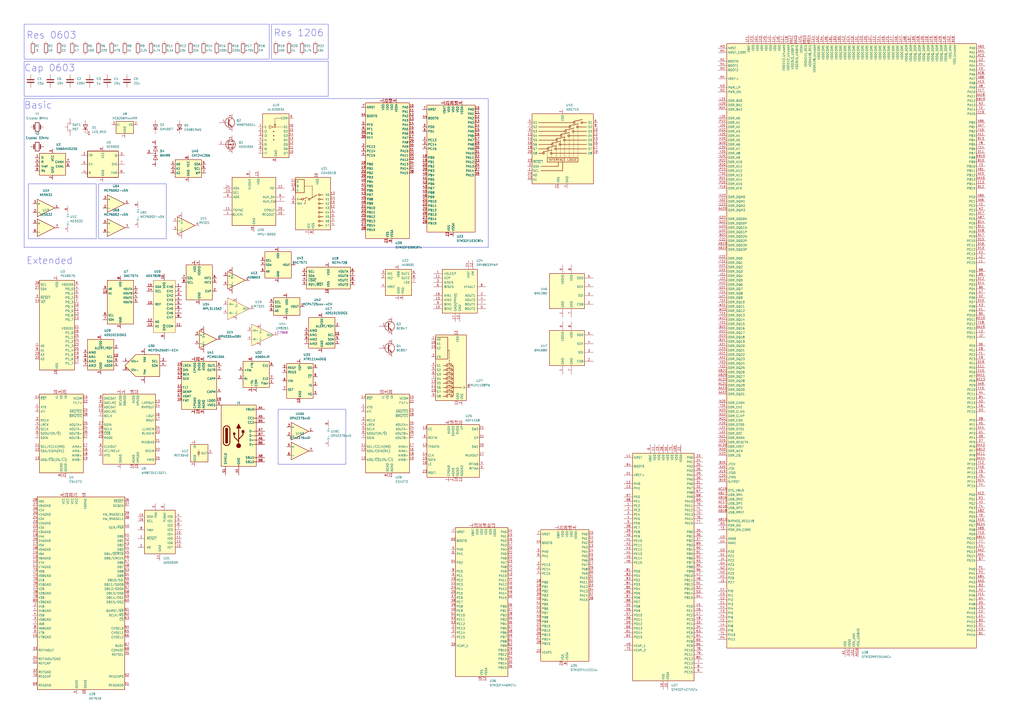
<source format=kicad_sch>
(kicad_sch (version 20230121) (generator eeschema)
  (paper "A2")
  (lib_symbols
    (symbol "Amplifier_Operational:AD8603" (pin_names (offset 0.127))
      (property "Reference" "U" (at 0 5.08 0))
      (property "Value" "AD8603" (at 0 -5.08 0))
      (symbol "AD8603_0_1"
        (pin power_in line (at -2.54 -7.62 90) (length 3.81) (name "V-") (number "2"))
        (pin power_in line (at -2.54 7.62 270) (length 3.81) (name "V+") (number "5"))
      )
      (symbol "AD8603_1_1"
        (pin output line (at 7.62 0 180) (length 2.54) (name "~") (number "1"))
        (pin input line (at -7.62 2.54 0) (length 2.54) (name "+") (number "3"))
        (pin input line (at -7.62 -2.54 0) (length 2.54) (name "-") (number "4"))
      )
    )
    (symbol "Amplifier_Operational:LMV321" (pin_names (offset 0.127))
      (property "Reference" "U" (at 0 5.08 0))
      (property "Value" "LMV321" (at 0 -5.08 0))
      (symbol "LMV321_0_1"
        (pin power_in line (at -2.54 -7.62 90) (length 3.81) (name "V-") (number "2"))
        (pin power_in line (at -2.54 7.62 270) (length 3.81) (name "V+") (number "5"))
      )
      (symbol "LMV321_1_1"
        (pin input line (at -7.62 2.54 0) (length 2.54) (name "+") (number "1"))
        (pin input line (at -7.62 -2.54 0) (length 2.54) (name "-") (number "3"))
        (pin output line (at 7.62 0 180) (length 2.54) (name "~") (number "4"))
      )
    )
    (symbol "Amplifier_Operational:MCP6002-xSN" (pin_names (offset 0.127))
      (property "Reference" "U" (at 0 5.08 0))
      (property "Value" "MCP6002-xSN" (at 0 -5.08 0))
      (symbol "MCP6002-xSN_1_1"
        (pin output line (at 7.62 0 180) (length 2.54) (name "~") (number "1"))
        (pin input line (at -7.62 -2.54 0) (length 2.54) (name "-") (number "2"))
        (pin input line (at -7.62 2.54 0) (length 2.54) (name "+") (number "3"))
      )
      (symbol "MCP6002-xSN_2_1"
        (pin input line (at -7.62 2.54 0) (length 2.54) (name "+") (number "5"))
        (pin input line (at -7.62 -2.54 0) (length 2.54) (name "-") (number "6"))
        (pin output line (at 7.62 0 180) (length 2.54) (name "~") (number "7"))
      )
      (symbol "MCP6002-xSN_3_1"
        (pin power_in line (at -2.54 -7.62 90) (length 3.81) (name "V-") (number "4"))
        (pin power_in line (at -2.54 7.62 270) (length 3.81) (name "V+") (number "8"))
      )
    )
    (symbol "Amplifier_Operational:NE5532" (pin_names (offset 0.127))
      (property "Reference" "U" (at 0 5.08 0))
      (property "Value" "NE5532" (at 0 -5.08 0))
      (symbol "NE5532_1_1"
        (pin output line (at 7.62 0 180) (length 2.54) (name "~") (number "1"))
        (pin input line (at -7.62 -2.54 0) (length 2.54) (name "-") (number "2"))
        (pin input line (at -7.62 2.54 0) (length 2.54) (name "+") (number "3"))
      )
      (symbol "NE5532_2_1"
        (pin input line (at -7.62 2.54 0) (length 2.54) (name "+") (number "5"))
        (pin input line (at -7.62 -2.54 0) (length 2.54) (name "-") (number "6"))
        (pin output line (at 7.62 0 180) (length 2.54) (name "~") (number "7"))
      )
      (symbol "NE5532_3_1"
        (pin power_in line (at -2.54 -7.62 90) (length 3.81) (name "V-") (number "4"))
        (pin power_in line (at -2.54 7.62 270) (length 3.81) (name "V+") (number "8"))
      )
    )
    (symbol "Amplifier_Operational:OPA2376xxD" (pin_names (offset 0.127))
      (property "Reference" "U" (at 0 5.08 0))
      (property "Value" "OPA2376xxD" (at 0 -5.08 0))
      (symbol "OPA2376xxD_1_1"
        (pin output line (at 7.62 0 180) (length 2.54) (name "~") (number "1"))
        (pin input line (at -7.62 -2.54 0) (length 2.54) (name "-") (number "2"))
        (pin input line (at -7.62 2.54 0) (length 2.54) (name "+") (number "3"))
      )
      (symbol "OPA2376xxD_2_1"
        (pin input line (at -7.62 2.54 0) (length 2.54) (name "+") (number "5"))
        (pin input line (at -7.62 -2.54 0) (length 2.54) (name "-") (number "6"))
        (pin output line (at 7.62 0 180) (length 2.54) (name "~") (number "7"))
      )
      (symbol "OPA2376xxD_3_1"
        (pin power_in line (at -2.54 -7.62 90) (length 3.81) (name "V-") (number "4"))
        (pin power_in line (at -2.54 7.62 270) (length 3.81) (name "V+") (number "8"))
      )
    )
    (symbol "Amplifier_Operational:OPA330xxDBV" (pin_names (offset 0.127))
      (property "Reference" "U" (at -1.27 6.35 0))
      (property "Value" "OPA330xxDBV" (at -1.27 3.81 0))
      (symbol "OPA330xxDBV_0_1"
        (pin power_in line (at -2.54 -7.62 90) (length 3.81) (name "V-") (number "2"))
        (pin power_in line (at -2.54 7.62 270) (length 3.81) (name "V+") (number "5"))
      )
      (symbol "OPA330xxDBV_1_1"
        (pin output line (at 7.62 0 180) (length 2.54) (name "~") (number "1"))
        (pin input line (at -7.62 2.54 0) (length 2.54) (name "+") (number "3"))
        (pin input line (at -7.62 -2.54 0) (length 2.54) (name "-") (number "4"))
      )
    )
    (symbol "Analog:AD5593R" (pin_names (offset 1.27))
      (property "Reference" "U" (at -8.89 15.24 0))
      (property "Value" "AD5593R" (at 3.81 15.24 0))
      (symbol "AD5593R_1_1"
        (pin input line (at -12.7 -2.54 0) (length 3.81) (name "~{RESET}") (number "1"))
        (pin bidirectional line (at 12.7 0 180) (length 3.81) (name "IO4") (number "10"))
        (pin bidirectional line (at 12.7 -2.54 180) (length 3.81) (name "IO5") (number "11"))
        (pin bidirectional line (at 12.7 -5.08 180) (length 3.81) (name "IO6") (number "12"))
        (pin bidirectional line (at 12.7 -7.62 180) (length 3.81) (name "IO7") (number "13"))
        (pin power_in line (at 0 -15.24 90) (length 3.81) (name "GND") (number "14"))
        (pin bidirectional line (at -12.7 10.16 0) (length 3.81) (name "SDA") (number "15"))
        (pin input line (at -12.7 7.62 0) (length 3.81) (name "SCL") (number "16"))
        (pin input line (at -12.7 -7.62 0) (length 3.81) (name "A0") (number "2"))
        (pin power_in line (at -2.54 17.78 270) (length 3.81) (name "V_{DD}") (number "3"))
        (pin bidirectional line (at 12.7 10.16 180) (length 3.81) (name "IO0") (number "4"))
        (pin bidirectional line (at 12.7 7.62 180) (length 3.81) (name "IO1") (number "5"))
        (pin bidirectional line (at 12.7 5.08 180) (length 3.81) (name "IO2") (number "6"))
        (pin bidirectional line (at 12.7 2.54 180) (length 3.81) (name "IO3") (number "7"))
        (pin passive line (at -12.7 2.54 0) (length 3.81) (name "V_{REF}") (number "8"))
        (pin power_in line (at 2.54 17.78 270) (length 3.81) (name "V_{LOGIC}") (number "9"))
      )
    )
    (symbol "Analog:AD654JR"
      (property "Reference" "U" (at -6.35 8.89 0))
      (property "Value" "AD654JR" (at 1.27 8.89 0))
      (symbol "AD654JR_1_1"
        (pin open_collector line (at 10.16 -5.08 180) (length 2.54) (name "F_{OUT}") (number "1"))
        (pin power_in line (at 0 -10.16 90) (length 2.54) (name "COM") (number "2"))
        (pin input line (at -10.16 -2.54 0) (length 2.54) (name "R_{T}") (number "3"))
        (pin input line (at -10.16 2.54 0) (length 2.54) (name "+V_{IN}") (number "4"))
        (pin power_in line (at -2.54 -10.16 90) (length 2.54) (name "-V_{S}") (number "5"))
        (pin passive line (at 10.16 5.08 180) (length 2.54) (name "C_{T}1") (number "6"))
        (pin passive line (at 10.16 -2.54 180) (length 2.54) (name "C_{T}2") (number "7"))
        (pin power_in line (at -2.54 10.16 270) (length 2.54) (name "+V_{S}") (number "8"))
      )
    )
    (symbol "Analog_ADC:AD7616"
      (property "Reference" "U" (at -25.4 57.15 0))
      (property "Value" "AD7616" (at 17.78 57.15 0))
      (symbol "AD7616_1_1"
        (pin input line (at -27.94 -10.16 0) (length 2.54) (name "V4BGND") (number "1"))
        (pin input line (at -27.94 -25.4 0) (length 2.54) (name "V7BGND") (number "10"))
        (pin input line (at -27.94 15.24 0) (length 2.54) (name "V7AGND") (number "11"))
        (pin input line (at -27.94 17.78 0) (length 2.54) (name "V7A") (number "12"))
        (pin input line (at -27.94 20.32 0) (length 2.54) (name "V6AGND") (number "13"))
        (pin input line (at -27.94 22.86 0) (length 2.54) (name "V6A") (number "14"))
        (pin power_in line (at -7.62 58.42 270) (length 2.54) (name "VCC") (number "15"))
        (pin passive line (at -2.54 -58.42 90) (length 2.54) hide (name "AGND") (number "16"))
        (pin input line (at -27.94 27.94 0) (length 2.54) (name "V5A") (number "17"))
        (pin input line (at -27.94 25.4 0) (length 2.54) (name "V5AGND") (number "18"))
        (pin input line (at -27.94 33.02 0) (length 2.54) (name "V4A") (number "19"))
        (pin input line (at -27.94 -7.62 0) (length 2.54) (name "V4B") (number "2"))
        (pin input line (at -27.94 30.48 0) (length 2.54) (name "V4AGND") (number "20"))
        (pin input line (at -27.94 35.56 0) (length 2.54) (name "V3AGND") (number "21"))
        (pin input line (at -27.94 38.1 0) (length 2.54) (name "V3A") (number "22"))
        (pin input line (at -27.94 40.64 0) (length 2.54) (name "V2AGND") (number "23"))
        (pin input line (at -27.94 43.18 0) (length 2.54) (name "V2A") (number "24"))
        (pin input line (at -27.94 45.72 0) (length 2.54) (name "V1AGND") (number "25"))
        (pin input line (at -27.94 48.26 0) (length 2.54) (name "V1A") (number "26"))
        (pin input line (at -27.94 50.8 0) (length 2.54) (name "V0AGND") (number "27"))
        (pin input line (at -27.94 53.34 0) (length 2.54) (name "V0A") (number "28"))
        (pin passive line (at -2.54 -58.42 90) (length 2.54) hide (name "AGND") (number "29"))
        (pin input line (at -27.94 -15.24 0) (length 2.54) (name "V5BGND") (number "3"))
        (pin power_in line (at -5.08 58.42 270) (length 2.54) (name "VCC") (number "30"))
        (pin passive line (at -27.94 -40.64 0) (length 2.54) (name "REFCAP") (number "31"))
        (pin power_in line (at -27.94 -45.72 0) (length 2.54) (name "REFGND") (number "32"))
        (pin input line (at -27.94 -33.02 0) (length 2.54) (name "REFINOUT") (number "33"))
        (pin power_in line (at -27.94 -38.1 0) (length 2.54) (name "REFINOUTGND") (number "34"))
        (pin input line (at 27.94 -35.56 180) (length 2.54) (name "REFSEL") (number "35"))
        (pin input line (at 27.94 53.34 180) (length 2.54) (name "~{RESET}") (number "36"))
        (pin input line (at 27.94 50.8 180) (length 2.54) (name "SEQEN") (number "37"))
        (pin input line (at 27.94 43.18 180) (length 2.54) (name "HW_RNGSEL1") (number "38"))
        (pin input line (at 27.94 45.72 180) (length 2.54) (name "HW_RNGSEL0") (number "39"))
        (pin input line (at -27.94 -12.7 0) (length 2.54) (name "V5B") (number "4"))
        (pin input line (at 27.94 38.1 180) (length 2.54) (name "SER/~{PAR}") (number "40"))
        (pin bidirectional line (at 27.94 33.02 180) (length 2.54) (name "DB0") (number "41"))
        (pin bidirectional line (at 27.94 30.48 180) (length 2.54) (name "DB1") (number "42"))
        (pin bidirectional line (at 27.94 27.94 180) (length 2.54) (name "DB2") (number "43"))
        (pin bidirectional line (at 27.94 25.4 180) (length 2.54) (name "DB3") (number "44"))
        (pin bidirectional line (at 27.94 22.86 180) (length 2.54) (name "DB4/~{SER1W}") (number "45"))
        (pin bidirectional line (at 27.94 20.32 180) (length 2.54) (name "DB5/CRCEN") (number "46"))
        (pin bidirectional line (at 27.94 17.78 180) (length 2.54) (name "DB6") (number "47"))
        (pin bidirectional line (at 27.94 15.24 180) (length 2.54) (name "DB7") (number "48"))
        (pin power_in line (at 2.54 58.42 270) (length 2.54) (name "VDRIVE") (number "49"))
        (pin power_in line (at -2.54 -58.42 90) (length 2.54) (name "AGND") (number "5"))
        (pin power_in line (at 2.54 -58.42 90) (length 2.54) (name "DGND") (number "50"))
        (pin power_in line (at 27.94 -53.34 180) (length 2.54) (name "REGGNDD") (number "51"))
        (pin passive line (at 27.94 -48.26 180) (length 2.54) (name "REGCAPD") (number "52"))
        (pin bidirectional line (at 27.94 12.7 180) (length 2.54) (name "DB8") (number "53"))
        (pin bidirectional line (at 27.94 10.16 180) (length 2.54) (name "DB9") (number "54"))
        (pin bidirectional line (at 27.94 7.62 180) (length 2.54) (name "DB10/SDI") (number "55"))
        (pin bidirectional line (at 27.94 5.08 180) (length 2.54) (name "DB11/SDOB") (number "56"))
        (pin bidirectional line (at 27.94 2.54 180) (length 2.54) (name "DB12/SDOA") (number "57"))
        (pin bidirectional line (at 27.94 0 180) (length 2.54) (name "DB13/OS0") (number "58"))
        (pin bidirectional line (at 27.94 -2.54 180) (length 2.54) (name "DB14/OS1") (number "59"))
        (pin power_in line (at -10.16 58.42 270) (length 2.54) (name "VCC") (number "6"))
        (pin bidirectional line (at 27.94 -5.08 180) (length 2.54) (name "DB15/OS2") (number "60"))
        (pin input line (at 27.94 -10.16 180) (length 2.54) (name "BURST/~{WR}") (number "61"))
        (pin input line (at 27.94 -12.7 180) (length 2.54) (name "SCLK/~{RD}") (number "62"))
        (pin input line (at 27.94 -15.24 180) (length 2.54) (name "~{CS}") (number "63"))
        (pin input line (at 27.94 -20.32 180) (length 2.54) (name "CHSEL0") (number "64"))
        (pin input line (at 27.94 -22.86 180) (length 2.54) (name "CHSEL1") (number "65"))
        (pin input line (at 27.94 -25.4 180) (length 2.54) (name "CHSEL2") (number "66"))
        (pin output line (at 27.94 -30.48 180) (length 2.54) (name "BUSY") (number "67"))
        (pin input line (at 27.94 -33.02 180) (length 2.54) (name "CONVST") (number "68"))
        (pin power_in line (at -27.94 -53.34 0) (length 2.54) (name "REGGND") (number "69"))
        (pin input line (at -27.94 -17.78 0) (length 2.54) (name "V6B") (number "7"))
        (pin passive line (at -27.94 -48.26 0) (length 2.54) (name "REGCAP") (number "70"))
        (pin power_in line (at -2.54 58.42 270) (length 2.54) (name "VCC") (number "71"))
        (pin passive line (at -2.54 -58.42 90) (length 2.54) hide (name "AGND") (number "72"))
        (pin input line (at -27.94 12.7 0) (length 2.54) (name "V0B") (number "73"))
        (pin input line (at -27.94 10.16 0) (length 2.54) (name "V0BGND") (number "74"))
        (pin input line (at -27.94 7.62 0) (length 2.54) (name "V1B") (number "75"))
        (pin input line (at -27.94 5.08 0) (length 2.54) (name "V1BGND") (number "76"))
        (pin input line (at -27.94 2.54 0) (length 2.54) (name "V2B") (number "77"))
        (pin input line (at -27.94 0 0) (length 2.54) (name "V2BGND") (number "78"))
        (pin input line (at -27.94 -2.54 0) (length 2.54) (name "V3B") (number "79"))
        (pin input line (at -27.94 -20.32 0) (length 2.54) (name "V6BGND") (number "8"))
        (pin input line (at -27.94 -5.08 0) (length 2.54) (name "V3BGND") (number "80"))
        (pin input line (at -27.94 -22.86 0) (length 2.54) (name "V7B") (number "9"))
      )
    )
    (symbol "Analog_ADC:ADS1015IDGS"
      (property "Reference" "U" (at 2.54 13.97 0))
      (property "Value" "ADS1015IDGS" (at 7.62 11.43 0))
      (symbol "ADS1015IDGS_1_1"
        (pin input line (at 10.16 -5.08 180) (length 2.54) (name "ADDR") (number "1"))
        (pin input line (at 10.16 0 180) (length 2.54) (name "SCL") (number "10"))
        (pin output line (at 10.16 5.08 180) (length 2.54) (name "ALERT/RDY") (number "2"))
        (pin power_in line (at 0 -10.16 90) (length 2.54) (name "GND") (number "3"))
        (pin input line (at -10.16 2.54 0) (length 2.54) (name "AIN0") (number "4"))
        (pin input line (at -10.16 0 0) (length 2.54) (name "AIN1") (number "5"))
        (pin input line (at -10.16 -2.54 0) (length 2.54) (name "AIN2") (number "6"))
        (pin input line (at -10.16 -5.08 0) (length 2.54) (name "AIN3") (number "7"))
        (pin power_in line (at 0 12.7 270) (length 2.54) (name "VDD") (number "8"))
        (pin bidirectional line (at 10.16 -2.54 180) (length 2.54) (name "SDA") (number "9"))
      )
    )
    (symbol "Analog_ADC:ADS7828" (pin_names (offset 1.016))
      (property "Reference" "U" (at -5.08 15.24 0))
      (property "Value" "ADS7828" (at 5.08 15.24 0))
      (symbol "ADS7828_1_1"
        (pin input line (at -10.16 10.16 0) (length 3.81) (name "CH0") (number "1"))
        (pin bidirectional line (at 10.16 0 180) (length 3.81) (name "REF") (number "10"))
        (pin input line (at -10.16 -12.7 0) (length 3.81) (name "COM") (number "11"))
        (pin input line (at 10.16 -10.16 180) (length 3.81) (name "A0") (number "12"))
        (pin input line (at 10.16 -12.7 180) (length 3.81) (name "A1") (number "13"))
        (pin input line (at 10.16 7.62 180) (length 3.81) (name "SCL") (number "14"))
        (pin bidirectional line (at 10.16 10.16 180) (length 3.81) (name "SDA") (number "15"))
        (pin power_in line (at 0 17.78 270) (length 3.81) (name "VDD") (number "16"))
        (pin input line (at -10.16 7.62 0) (length 3.81) (name "CH1") (number "2"))
        (pin input line (at -10.16 5.08 0) (length 3.81) (name "CH2") (number "3"))
        (pin input line (at -10.16 2.54 0) (length 3.81) (name "CH3") (number "4"))
        (pin input line (at -10.16 0 0) (length 3.81) (name "CH4") (number "5"))
        (pin input line (at -10.16 -2.54 0) (length 3.81) (name "CH5") (number "6"))
        (pin input line (at -10.16 -5.08 0) (length 3.81) (name "CH6") (number "7"))
        (pin input line (at -10.16 -7.62 0) (length 3.81) (name "CH7") (number "8"))
        (pin power_in line (at 0 -20.32 90) (length 3.81) (name "GND") (number "9"))
      )
    )
    (symbol "Analog_ADC:MCP3425A0T-ECH" (pin_names (offset 1.016))
      (property "Reference" "U" (at -10.16 7.62 0))
      (property "Value" "MCP3425A0T-ECH" (at 2.54 7.62 0))
      (symbol "MCP3425A0T-ECH_1_1"
        (pin passive line (at -12.7 2.54 0) (length 3.81) (name "Vin+") (number "1"))
        (pin power_in line (at 0 -10.16 90) (length 3.81) (name "Vss") (number "2"))
        (pin input line (at 12.7 2.54 180) (length 3.81) (name "SCL") (number "3"))
        (pin bidirectional line (at 12.7 0 180) (length 3.81) (name "SDA") (number "4"))
        (pin power_in line (at 0 10.16 270) (length 3.81) (name "Vdd") (number "5"))
        (pin passive line (at -12.7 -2.54 0) (length 3.81) (name "Vin-") (number "6"))
      )
    )
    (symbol "Analog_DAC:MCP4725xxx-xCH"
      (property "Reference" "U" (at -6.35 6.35 0))
      (property "Value" "MCP4725xxx-xCH" (at 8.89 6.35 0))
      (symbol "MCP4725xxx-xCH_1_1"
        (pin output line (at 10.16 0 180) (length 2.54) (name "VOUT") (number "1"))
        (pin power_in line (at 0 -7.62 90) (length 2.54) (name "VSS") (number "2"))
        (pin power_in line (at 0 7.62 270) (length 2.54) (name "VDD") (number "3"))
        (pin bidirectional line (at -10.16 0 0) (length 2.54) (name "SDA") (number "4"))
        (pin input line (at -10.16 2.54 0) (length 2.54) (name "SCL") (number "5"))
        (pin input line (at -10.16 -2.54 0) (length 2.54) (name "A0") (number "6"))
      )
    )
    (symbol "Analog_DAC:MCP4728" (pin_names (offset 1.016))
      (property "Reference" "U" (at -12.7 6.35 0))
      (property "Value" "MCP4728" (at 12.7 6.35 0))
      (symbol "MCP4728_1_1"
        (pin power_in line (at 0 7.62 270) (length 2.54) (name "VDD") (number "1"))
        (pin power_in line (at 0 -10.16 90) (length 2.54) (name "VSS") (number "10"))
        (pin input line (at -15.24 2.54 0) (length 2.54) (name "SCL") (number "2"))
        (pin bidirectional line (at -15.24 0 0) (length 2.54) (name "SDA") (number "3"))
        (pin input line (at -15.24 -2.54 0) (length 2.54) (name "~{LDAC}") (number "4"))
        (pin output line (at -15.24 -5.08 0) (length 2.54) (name "RDY/~{BSY}") (number "5"))
        (pin output line (at 15.24 2.54 180) (length 2.54) (name "VOUTA") (number "6"))
        (pin output line (at 15.24 0 180) (length 2.54) (name "VOUTB") (number "7"))
        (pin output line (at 15.24 -2.54 180) (length 2.54) (name "VOUTC") (number "8"))
        (pin output line (at 15.24 -5.08 180) (length 2.54) (name "VOUTD") (number "9"))
      )
    )
    (symbol "Analog_Switch:ADG715"
      (property "Reference" "U" (at -17.78 24.13 0))
      (property "Value" "ADG715" (at 10.16 24.13 0))
      (symbol "ADG715_0_0"
        (text "INTERFACE LOGIC" (at 0 -3.81 0) (effects (font (size 1.27 1.27))))
      )
      (symbol "ADG715_1_1"
        (pin input line (at -20.32 -10.16 0) (length 2.54) (name "SCL") (number "1"))
        (pin passive line (at 20.32 12.7 180) (length 2.54) (name "D3") (number "10"))
        (pin passive line (at -20.32 10.16 0) (length 2.54) (name "S4") (number "11"))
        (pin passive line (at 20.32 10.16 180) (length 2.54) (name "D4") (number "12"))
        (pin passive line (at 20.32 7.62 180) (length 2.54) (name "D5") (number "13"))
        (pin passive line (at -20.32 7.62 0) (length 2.54) (name "S5") (number "14"))
        (pin passive line (at 20.32 5.08 180) (length 2.54) (name "D6") (number "15"))
        (pin passive line (at -20.32 5.08 0) (length 2.54) (name "S6") (number "16"))
        (pin passive line (at 20.32 2.54 180) (length 2.54) (name "D7") (number "17"))
        (pin passive line (at -20.32 2.54 0) (length 2.54) (name "S7") (number "18"))
        (pin passive line (at 20.32 0 180) (length 2.54) (name "D8") (number "19"))
        (pin power_in line (at 0 25.4 270) (length 2.54) (name "VDD") (number "2"))
        (pin passive line (at -20.32 0 0) (length 2.54) (name "S8") (number "20"))
        (pin power_in line (at -2.54 -20.32 90) (length 2.54) (name "VSS") (number "21"))
        (pin input line (at -20.32 -15.24 0) (length 2.54) (name "A1") (number "22"))
        (pin input line (at -20.32 -5.08 0) (length 2.54) (name "~{RESET}") (number "23"))
        (pin input line (at -20.32 -12.7 0) (length 2.54) (name "A0") (number "24"))
        (pin bidirectional line (at -20.32 -7.62 0) (length 2.54) (name "SDA") (number "3"))
        (pin power_in line (at 2.54 -20.32 90) (length 2.54) (name "GND") (number "4"))
        (pin passive line (at -20.32 17.78 0) (length 2.54) (name "S1") (number "5"))
        (pin passive line (at 20.32 17.78 180) (length 2.54) (name "D1") (number "6"))
        (pin passive line (at -20.32 15.24 0) (length 2.54) (name "S2") (number "7"))
        (pin passive line (at 20.32 15.24 180) (length 2.54) (name "D2") (number "8"))
        (pin passive line (at -20.32 12.7 0) (length 2.54) (name "S3") (number "9"))
      )
    )
    (symbol "Analog_Switch:CD4051B"
      (property "Reference" "U" (at -10.16 16.51 0))
      (property "Value" "CD4051B" (at 3.81 16.51 0))
      (symbol "CD4051B_1_1"
        (pin bidirectional line (at 12.7 -5.08 180) (length 2.54) (name "X4") (number "1"))
        (pin input line (at -12.7 10.16 0) (length 2.54) (name "B") (number "10"))
        (pin input line (at -12.7 12.7 0) (length 2.54) (name "A") (number "11"))
        (pin bidirectional line (at 12.7 -2.54 180) (length 2.54) (name "X3") (number "12"))
        (pin bidirectional line (at 12.7 5.08 180) (length 2.54) (name "X0") (number "13"))
        (pin bidirectional line (at 12.7 2.54 180) (length 2.54) (name "X1") (number "14"))
        (pin bidirectional line (at 12.7 0 180) (length 2.54) (name "X2") (number "15"))
        (pin power_in line (at 2.54 17.78 270) (length 2.54) (name "VDD") (number "16"))
        (pin bidirectional line (at 12.7 -10.16 180) (length 2.54) (name "X6") (number "2"))
        (pin bidirectional line (at -12.7 2.54 0) (length 2.54) (name "X") (number "3"))
        (pin bidirectional line (at 12.7 -12.7 180) (length 2.54) (name "X7") (number "4"))
        (pin bidirectional line (at 12.7 -7.62 180) (length 2.54) (name "X5") (number "5"))
        (pin input line (at -12.7 0 0) (length 2.54) (name "INH") (number "6"))
        (pin power_in line (at -2.54 -17.78 90) (length 2.54) (name "VEE") (number "7"))
        (pin power_in line (at 0 -17.78 90) (length 2.54) (name "VSS") (number "8"))
        (pin input line (at -12.7 7.62 0) (length 2.54) (name "C") (number "9"))
      )
    )
    (symbol "Analog_Switch:TMUX1108PW"
      (property "Reference" "U" (at -10.16 16.51 0))
      (property "Value" "TMUX1108PW" (at 3.81 16.51 0))
      (symbol "TMUX1108PW_0_0"
        (pin power_in line (at 5.08 -20.32 90) (length 2.54) (name "GND") (number "14"))
      )
      (symbol "TMUX1108PW_1_1"
        (pin input line (at -10.16 17.78 0) (length 2.54) (name "A0") (number "1"))
        (pin bidirectional line (at -10.16 -12.7 0) (length 2.54) (name "S7") (number "10"))
        (pin bidirectional line (at -10.16 -10.16 0) (length 2.54) (name "S6") (number "11"))
        (pin bidirectional line (at -10.16 -7.62 0) (length 2.54) (name "S5") (number "12"))
        (pin power_in line (at 5.08 22.86 270) (length 2.54) (name "VDD") (number "13"))
        (pin input line (at -10.16 12.7 0) (length 2.54) (name "A2") (number "15"))
        (pin input line (at -10.16 15.24 0) (length 2.54) (name "A1") (number "16"))
        (pin input line (at -10.16 7.62 0) (length 2.54) (name "EN") (number "2"))
        (pin power_in line (at 7.62 -20.32 90) (length 2.54) (name "VSS") (number "3"))
        (pin bidirectional line (at -10.16 2.54 0) (length 2.54) (name "S1") (number "4"))
        (pin bidirectional line (at -10.16 0 0) (length 2.54) (name "S2") (number "5"))
        (pin bidirectional line (at -10.16 -2.54 0) (length 2.54) (name "S3") (number "6"))
        (pin bidirectional line (at -10.16 -5.08 0) (length 2.54) (name "S4") (number "7"))
        (pin bidirectional line (at 12.7 -10.16 180) (length 2.54) (name "D") (number "8"))
        (pin bidirectional line (at -10.16 -15.24 0) (length 2.54) (name "S8") (number "9"))
      )
    )
    (symbol "Audio:CS4272"
      (property "Reference" "U" (at -12.7 24.13 0))
      (property "Value" "CS4272" (at 5.08 -24.13 0))
      (symbol "CS4272_1_1"
        (pin output line (at -15.24 15.24 0) (length 2.54) (name "XT0") (number "1"))
        (pin power_in line (at -2.54 25.4 270) (length 2.54) (name "VL") (number "10"))
        (pin input line (at -15.24 -7.62 0) (length 2.54) (name "SCL/CCLK(M0)") (number "11"))
        (pin bidirectional line (at -15.24 -10.16 0) (length 2.54) (name "SDA/CDIN(M1)") (number "12"))
        (pin input line (at -15.24 -15.24 0) (length 2.54) (name "AD0/~{CS}(I2S/~{LJ})") (number "13"))
        (pin input line (at -15.24 20.32 0) (length 2.54) (name "~{RST}") (number "14"))
        (pin output line (at 15.24 20.32 180) (length 2.54) (name "VCOM") (number "15"))
        (pin input line (at 15.24 -10.16 180) (length 2.54) (name "AINA-") (number "16"))
        (pin input line (at 15.24 -7.62 180) (length 2.54) (name "AINA+") (number "17"))
        (pin input line (at 15.24 -12.7 180) (length 2.54) (name "AINB+") (number "18"))
        (pin input line (at 15.24 -15.24 180) (length 2.54) (name "AINB-") (number "19"))
        (pin input line (at -15.24 12.7 0) (length 2.54) (name "XTI") (number "2"))
        (pin power_in line (at 2.54 25.4 270) (length 2.54) (name "VA") (number "20"))
        (pin power_in line (at 2.54 -25.4 90) (length 2.54) (name "AGND") (number "21"))
        (pin output line (at 15.24 17.78 180) (length 2.54) (name "FILT+") (number "22"))
        (pin output line (at 15.24 12.7 180) (length 2.54) (name "~{AMUTEC}") (number "23"))
        (pin output line (at 15.24 2.54 180) (length 2.54) (name "AOUTA-") (number "24"))
        (pin output line (at 15.24 5.08 180) (length 2.54) (name "AOUTA+") (number "25"))
        (pin output line (at 15.24 0 180) (length 2.54) (name "AOUTB+") (number "26"))
        (pin output line (at 15.24 -2.54 180) (length 2.54) (name "AOUTB-") (number "27"))
        (pin output line (at 15.24 10.16 180) (length 2.54) (name "~{BMUTEC}") (number "28"))
        (pin bidirectional line (at -15.24 7.62 0) (length 2.54) (name "MCLK") (number "3"))
        (pin bidirectional line (at -15.24 5.08 0) (length 2.54) (name "LRCK") (number "4"))
        (pin bidirectional line (at -15.24 2.54 0) (length 2.54) (name "SCLK") (number "5"))
        (pin output line (at -15.24 0 0) (length 2.54) (name "SDOUT(M/~{S})") (number "6"))
        (pin input line (at -15.24 -2.54 0) (length 2.54) (name "SDIN") (number "7"))
        (pin power_in line (at 0 -25.4 90) (length 2.54) (name "DGND") (number "8"))
        (pin power_in line (at 0 25.4 270) (length 2.54) (name "VD") (number "9"))
      )
    )
    (symbol "Audio:PCM5100A"
      (property "Reference" "U" (at -10.16 13.97 0))
      (property "Value" "PCM5100A" (at 3.81 13.97 0))
      (symbol "PCM5100A_1_1"
        (pin passive line (at -2.54 15.24 270) (length 2.54) (name "CPVDD") (number "1"))
        (pin input line (at -12.7 -5.08 0) (length 2.54) (name "DEMP") (number "10"))
        (pin input line (at -12.7 -2.54 0) (length 2.54) (name "FLT") (number "11"))
        (pin input line (at -12.7 2.54 0) (length 2.54) (name "SCK") (number "12"))
        (pin input line (at -12.7 5.08 0) (length 2.54) (name "BCK") (number "13"))
        (pin input line (at -12.7 7.62 0) (length 2.54) (name "DIN") (number "14"))
        (pin input line (at -12.7 10.16 0) (length 2.54) (name "LRCK") (number "15"))
        (pin input line (at -12.7 -10.16 0) (length 2.54) (name "FMT") (number "16"))
        (pin input line (at -12.7 -7.62 0) (length 2.54) (name "XSMT") (number "17"))
        (pin passive line (at 12.7 -10.16 180) (length 2.54) (name "LDOO") (number "18"))
        (pin power_in line (at 0 -17.78 90) (length 2.54) (name "DGND") (number "19"))
        (pin passive line (at 12.7 2.54 180) (length 2.54) (name "CAPP") (number "2"))
        (pin power_in line (at 0 15.24 270) (length 2.54) (name "DVDD") (number "20"))
        (pin power_in line (at -2.54 -17.78 90) (length 2.54) (name "CPGND") (number "3"))
        (pin passive line (at 12.7 -5.08 180) (length 2.54) (name "CAPM") (number "4"))
        (pin passive line (at 12.7 -12.7 180) (length 2.54) (name "VNEG") (number "5"))
        (pin output line (at 12.7 10.16 180) (length 2.54) (name "OUTL") (number "6"))
        (pin output line (at 12.7 7.62 180) (length 2.54) (name "OUTR") (number "7"))
        (pin power_in line (at 2.54 15.24 270) (length 2.54) (name "AVDD") (number "8"))
        (pin power_in line (at 2.54 -17.78 90) (length 2.54) (name "AGND") (number "9"))
      )
    )
    (symbol "Audio:WM8731CLSEFL"
      (property "Reference" "U" (at -13.97 21.59 0))
      (property "Value" "WM8731CLSEFL" (at 0 5.08 0))
      (symbol "WM8731CLSEFL_1_1"
        (pin input line (at -17.78 -12.7 0) (length 2.54) (name "XTI/MCLK") (number "1"))
        (pin output line (at -17.78 12.7 0) (length 2.54) (name "ADCDAT") (number "10"))
        (pin bidirectional line (at -17.78 10.16 0) (length 2.54) (name "ADCLRC") (number "11"))
        (pin power_in line (at 5.08 22.86 270) (length 2.54) (name "HPVDD") (number "12"))
        (pin output line (at 17.78 15.24 180) (length 2.54) (name "LHPOUT") (number "13"))
        (pin output line (at 17.78 12.7 180) (length 2.54) (name "RHPOUT") (number "14"))
        (pin power_in line (at 5.08 -22.86 90) (length 2.54) (name "HPGND") (number "15"))
        (pin output line (at 17.78 7.62 180) (length 2.54) (name "LOUT") (number "16"))
        (pin output line (at 17.78 5.08 180) (length 2.54) (name "ROUT") (number "17"))
        (pin power_in line (at 2.54 22.86 270) (length 2.54) (name "AVDD") (number "18"))
        (pin power_in line (at 2.54 -22.86 90) (length 2.54) (name "AGND") (number "19"))
        (pin output line (at -17.78 -15.24 0) (length 2.54) (name "XTO") (number "2"))
        (pin passive line (at 17.78 -17.78 180) (length 2.54) (name "VMID") (number "20"))
        (pin output line (at 17.78 -7.62 180) (length 2.54) (name "MICBIAS") (number "21"))
        (pin input line (at 17.78 -12.7 180) (length 2.54) (name "MICIN") (number "22"))
        (pin input line (at 17.78 -2.54 180) (length 2.54) (name "RLINEIN") (number "23"))
        (pin input line (at 17.78 0 180) (length 2.54) (name "LLINEIN") (number "24"))
        (pin input line (at -17.78 -5.08 0) (length 2.54) (name "MODE") (number "25"))
        (pin input line (at -17.78 -2.54 0) (length 2.54) (name "~{CSB}") (number "26"))
        (pin bidirectional line (at -17.78 2.54 0) (length 2.54) (name "SDIN") (number "27"))
        (pin input line (at -17.78 0 0) (length 2.54) (name "SCLK") (number "28"))
        (pin passive line (at 2.54 -22.86 90) (length 2.54) hide (name "AGND") (number "29"))
        (pin power_in line (at -5.08 22.86 270) (length 2.54) (name "DCVDD") (number "3"))
        (pin power_in line (at -5.08 -22.86 90) (length 2.54) (name "DGND") (number "4"))
        (pin power_in line (at -2.54 22.86 270) (length 2.54) (name "DBVDD") (number "5"))
        (pin output line (at -17.78 -10.16 0) (length 2.54) (name "CLKOUT") (number "6"))
        (pin bidirectional line (at -17.78 7.62 0) (length 2.54) (name "BCLK") (number "7"))
        (pin input line (at -17.78 17.78 0) (length 2.54) (name "DACDAT") (number "8"))
        (pin bidirectional line (at -17.78 15.24 0) (length 2.54) (name "DACLRC") (number "9"))
      )
    )
    (symbol "Connector:USB_C_Receptacle_USB2.0" (pin_names (offset 1.016))
      (property "Reference" "J" (at -10.16 19.05 0))
      (property "Value" "USB_C_Receptacle_USB2.0" (at 19.05 19.05 0))
      (symbol "USB_C_Receptacle_USB2.0_1_1"
        (pin passive line (at 0 -22.86 90) (length 5.08) (name "GND") (number "A1"))
        (pin passive line (at 0 -22.86 90) (length 5.08) hide (name "GND") (number "A12"))
        (pin passive line (at 15.24 15.24 180) (length 5.08) (name "VBUS") (number "A4"))
        (pin bidirectional line (at 15.24 10.16 180) (length 5.08) (name "CC1") (number "A5"))
        (pin bidirectional line (at 15.24 -2.54 180) (length 5.08) (name "D+") (number "A6"))
        (pin bidirectional line (at 15.24 2.54 180) (length 5.08) (name "D-") (number "A7"))
        (pin bidirectional line (at 15.24 -12.7 180) (length 5.08) (name "SBU1") (number "A8"))
        (pin passive line (at 15.24 15.24 180) (length 5.08) hide (name "VBUS") (number "A9"))
        (pin passive line (at 0 -22.86 90) (length 5.08) hide (name "GND") (number "B1"))
        (pin passive line (at 0 -22.86 90) (length 5.08) hide (name "GND") (number "B12"))
        (pin passive line (at 15.24 15.24 180) (length 5.08) hide (name "VBUS") (number "B4"))
        (pin bidirectional line (at 15.24 7.62 180) (length 5.08) (name "CC2") (number "B5"))
        (pin bidirectional line (at 15.24 -5.08 180) (length 5.08) (name "D+") (number "B6"))
        (pin bidirectional line (at 15.24 0 180) (length 5.08) (name "D-") (number "B7"))
        (pin bidirectional line (at 15.24 -15.24 180) (length 5.08) (name "SBU2") (number "B8"))
        (pin passive line (at 15.24 15.24 180) (length 5.08) hide (name "VBUS") (number "B9"))
        (pin passive line (at -7.62 -22.86 90) (length 5.08) (name "SHIELD") (number "S1"))
      )
    )
    (symbol "Device:C" (pin_numbers hide) (pin_names (offset 0.254))
      (property "Reference" "C" (at 0.635 2.54 0))
      (property "Value" "C" (at 0.635 -2.54 0))
      (symbol "C_1_1"
        (pin passive line (at 0 3.81 270) (length 2.794) (name "~") (number "1"))
        (pin passive line (at 0 -3.81 90) (length 2.794) (name "~") (number "2"))
      )
    )
    (symbol "Device:Crystal" (pin_numbers hide) (pin_names (offset 1.016) hide)
      (property "Reference" "Y" (at 0 3.81 0))
      (property "Value" "Crystal" (at 0 -3.81 0))
      (symbol "Crystal_1_1"
        (pin passive line (at -3.81 0 0) (length 1.27) (name "1") (number "1"))
        (pin passive line (at 3.81 0 180) (length 1.27) (name "2") (number "2"))
      )
    )
    (symbol "Device:LED" (pin_numbers hide) (pin_names (offset 1.016) hide)
      (property "Reference" "D" (at 0 2.54 0))
      (property "Value" "LED" (at 0 -2.54 0))
      (symbol "LED_1_1"
        (pin passive line (at -3.81 0 0) (length 2.54) (name "K") (number "1"))
        (pin passive line (at 3.81 0 180) (length 2.54) (name "A") (number "2"))
      )
    )
    (symbol "Device:R" (pin_numbers hide) (pin_names (offset 0))
      (property "Reference" "R" (at 2.032 0 90))
      (property "Value" "R" (at 0 0 90))
      (symbol "R_1_1"
        (pin passive line (at 0 3.81 270) (length 1.27) (name "~") (number "1"))
        (pin passive line (at 0 -3.81 90) (length 1.27) (name "~") (number "2"))
      )
    )
    (symbol "Diode:1N5819WS" (pin_numbers hide) (pin_names (offset 1.016) hide)
      (property "Reference" "D" (at 0 2.54 0))
      (property "Value" "1N5819WS" (at 0 -2.54 0))
      (symbol "1N5819WS_1_1"
        (pin passive line (at -3.81 0 0) (length 2.54) (name "K") (number "1"))
        (pin passive line (at 3.81 0 180) (length 2.54) (name "A") (number "2"))
      )
    )
    (symbol "Diode:BAV99" (pin_names hide)
      (property "Reference" "D" (at 0 5.08 0))
      (property "Value" "BAV99" (at 0 2.54 0))
      (symbol "BAV99_1_1"
        (pin passive line (at -7.62 0 0) (length 2.54) (name "K") (number "1"))
        (pin passive line (at 7.62 0 180) (length 2.54) (name "A") (number "2"))
        (pin passive line (at 0 -5.08 90) (length 2.54) (name "K") (number "3"))
      )
    )
    (symbol "Diode:SM4007" (pin_numbers hide) (pin_names hide)
      (property "Reference" "D" (at 0 2.54 0))
      (property "Value" "SM4007" (at 0 -2.54 0))
      (symbol "SM4007_1_1"
        (pin passive line (at -3.81 0 0) (length 2.54) (name "K") (number "1"))
        (pin passive line (at 3.81 0 180) (length 2.54) (name "A") (number "2"))
      )
    )
    (symbol "Driver_Motor:A4950E" (pin_names (offset 1.016))
      (property "Reference" "U" (at -7.62 8.89 0))
      (property "Value" "A4950E" (at 5.08 8.89 0))
      (symbol "A4950E_1_1"
        (pin power_in line (at 0 -10.16 90) (length 2.54) (name "GND") (number "1"))
        (pin input line (at -10.16 2.54 0) (length 2.54) (name "IN2") (number "2"))
        (pin input line (at -10.16 5.08 0) (length 2.54) (name "IN1") (number "3"))
        (pin passive line (at -10.16 -2.54 0) (length 2.54) (name "VREF") (number "4"))
        (pin power_in line (at 0 10.16 270) (length 2.54) (name "VBB") (number "5"))
        (pin power_out line (at 10.16 5.08 180) (length 2.54) (name "OUT1") (number "6"))
        (pin power_in line (at 10.16 0 180) (length 2.54) (name "LSS") (number "7"))
        (pin power_out line (at 10.16 2.54 180) (length 2.54) (name "OUT2") (number "8"))
        (pin power_in line (at 2.54 -10.16 90) (length 2.54) (name "PAD") (number "9"))
      )
    )
    (symbol "Driver_Motor:DRV8833PWP" (pin_names (offset 1.016))
      (property "Reference" "U" (at -3.81 16.51 0))
      (property "Value" "DRV8833PWP" (at -3.81 13.97 0))
      (symbol "DRV8833PWP_1_1"
        (pin input line (at -15.24 10.16 0) (length 5.08) (name "nSLEEP") (number "1"))
        (pin input line (at -15.24 -10.16 0) (length 5.08) (name "BIN2") (number "10"))
        (pin bidirectional line (at -15.24 7.62 0) (length 5.08) (name "VCP") (number "11"))
        (pin power_in line (at 7.62 17.78 270) (length 5.08) (name "VM") (number "12"))
        (pin power_in line (at 0 -17.78 90) (length 5.08) (name "GND") (number "13"))
        (pin power_in line (at 5.08 17.78 270) (length 5.08) (name "VINT") (number "14"))
        (pin input line (at -15.24 -5.08 0) (length 5.08) (name "AIN2") (number "15"))
        (pin input line (at -15.24 -2.54 0) (length 5.08) (name "AIN1") (number "16"))
        (pin power_in line (at -2.54 -17.78 90) (length 5.08) (name "GND(PPAD)") (number "17"))
        (pin power_out line (at 15.24 -2.54 180) (length 5.08) (name "AOUT1") (number "2"))
        (pin bidirectional line (at -15.24 5.08 0) (length 5.08) (name "AISEN") (number "3"))
        (pin power_out line (at 15.24 -5.08 180) (length 5.08) (name "AOUT2") (number "4"))
        (pin power_out line (at 15.24 -10.16 180) (length 5.08) (name "BOUT2") (number "5"))
        (pin bidirectional line (at -15.24 2.54 0) (length 5.08) (name "BISEN") (number "6"))
        (pin power_out line (at 15.24 -7.62 180) (length 5.08) (name "BOUT1") (number "7"))
        (pin open_collector line (at 15.24 2.54 180) (length 5.08) (name "nFAULT") (number "8"))
        (pin input line (at -15.24 -7.62 0) (length 5.08) (name "BIN1") (number "9"))
      )
    )
    (symbol "Interface_CAN_LIN:SN65HVD230" (pin_names (offset 1.016))
      (property "Reference" "U" (at -2.54 10.16 0))
      (property "Value" "SN65HVD230" (at -2.54 7.62 0))
      (symbol "SN65HVD230_1_1"
        (pin input line (at -10.16 2.54 0) (length 2.54) (name "D") (number "1"))
        (pin power_in line (at 0 -10.16 90) (length 2.54) (name "GND") (number "2"))
        (pin power_in line (at 0 7.62 270) (length 2.54) (name "VCC") (number "3"))
        (pin output line (at -10.16 0 0) (length 2.54) (name "R") (number "4"))
        (pin output line (at -10.16 -2.54 0) (length 2.54) (name "Vref") (number "5"))
        (pin bidirectional line (at 10.16 -2.54 180) (length 2.54) (name "CANL") (number "6"))
        (pin bidirectional line (at 10.16 0 180) (length 2.54) (name "CANH") (number "7"))
        (pin input line (at -10.16 -5.08 0) (length 2.54) (name "Rs") (number "8"))
      )
    )
    (symbol "Interface_CurrentLoop:XTR111AxDGQ"
      (property "Reference" "U" (at -7.62 11.43 0))
      (property "Value" "XTR111AxDGQ" (at 1.27 -11.43 0))
      (symbol "XTR111AxDGQ_1_1"
        (pin power_in line (at 0 12.7 270) (length 2.54) (name "VSP") (number "1"))
        (pin power_in line (at 0 -12.7 90) (length 2.54) (name "GND") (number "10"))
        (pin passive line (at 0 -12.7 90) (length 2.54) hide (name "GND") (number "11"))
        (pin output line (at 10.16 -2.54 180) (length 2.54) (name "IS") (number "2"))
        (pin output line (at 10.16 -7.62 180) (length 2.54) (name "VG") (number "3"))
        (pin input line (at -10.16 5.08 0) (length 2.54) (name "REGS") (number "4"))
        (pin output line (at -10.16 7.62 0) (length 2.54) (name "REGF") (number "5"))
        (pin input line (at -10.16 0 0) (length 2.54) (name "VIN") (number "6"))
        (pin passive line (at -10.16 -5.08 0) (length 2.54) (name "SET") (number "7"))
        (pin open_collector line (at 10.16 2.54 180) (length 2.54) (name "~{EF}") (number "8"))
        (pin input line (at 10.16 7.62 180) (length 2.54) (name "OD") (number "9"))
      )
    )
    (symbol "MCU_ST_STM32F0:STM32F030C8Tx"
      (property "Reference" "U" (at -12.7 41.91 0))
      (property "Value" "STM32F030C8Tx" (at 7.62 41.91 0))
      (symbol "STM32F030C8Tx_1_1"
        (pin power_in line (at -2.54 43.18 270) (length 2.54) (name "VDD") (number "1"))
        (pin bidirectional line (at 15.24 38.1 180) (length 2.54) (name "PA0") (number "10"))
        (pin bidirectional line (at 15.24 35.56 180) (length 2.54) (name "PA1") (number "11"))
        (pin bidirectional line (at 15.24 33.02 180) (length 2.54) (name "PA2") (number "12"))
        (pin bidirectional line (at 15.24 30.48 180) (length 2.54) (name "PA3") (number "13"))
        (pin bidirectional line (at 15.24 27.94 180) (length 2.54) (name "PA4") (number "14"))
        (pin bidirectional line (at 15.24 25.4 180) (length 2.54) (name "PA5") (number "15"))
        (pin bidirectional line (at 15.24 22.86 180) (length 2.54) (name "PA6") (number "16"))
        (pin bidirectional line (at 15.24 20.32 180) (length 2.54) (name "PA7") (number "17"))
        (pin bidirectional line (at -15.24 5.08 0) (length 2.54) (name "PB0") (number "18"))
        (pin bidirectional line (at -15.24 2.54 0) (length 2.54) (name "PB1") (number "19"))
        (pin bidirectional line (at -15.24 15.24 0) (length 2.54) (name "PC13") (number "2"))
        (pin bidirectional line (at -15.24 0 0) (length 2.54) (name "PB2") (number "20"))
        (pin bidirectional line (at -15.24 -20.32 0) (length 2.54) (name "PB10") (number "21"))
        (pin bidirectional line (at -15.24 -22.86 0) (length 2.54) (name "PB11") (number "22"))
        (pin power_in line (at 0 -40.64 90) (length 2.54) (name "VSS") (number "23"))
        (pin power_in line (at 0 43.18 270) (length 2.54) (name "VDD") (number "24"))
        (pin bidirectional line (at -15.24 -25.4 0) (length 2.54) (name "PB12") (number "25"))
        (pin bidirectional line (at -15.24 -27.94 0) (length 2.54) (name "PB13") (number "26"))
        (pin bidirectional line (at -15.24 -30.48 0) (length 2.54) (name "PB14") (number "27"))
        (pin bidirectional line (at -15.24 -33.02 0) (length 2.54) (name "PB15") (number "28"))
        (pin bidirectional line (at 15.24 17.78 180) (length 2.54) (name "PA8") (number "29"))
        (pin bidirectional line (at -15.24 12.7 0) (length 2.54) (name "PC14") (number "3"))
        (pin bidirectional line (at 15.24 15.24 180) (length 2.54) (name "PA9") (number "30"))
        (pin bidirectional line (at 15.24 12.7 180) (length 2.54) (name "PA10") (number "31"))
        (pin bidirectional line (at 15.24 10.16 180) (length 2.54) (name "PA11") (number "32"))
        (pin bidirectional line (at 15.24 7.62 180) (length 2.54) (name "PA12") (number "33"))
        (pin bidirectional line (at 15.24 5.08 180) (length 2.54) (name "PA13") (number "34"))
        (pin bidirectional line (at -15.24 22.86 0) (length 2.54) (name "PF6") (number "35"))
        (pin bidirectional line (at -15.24 20.32 0) (length 2.54) (name "PF7") (number "36"))
        (pin bidirectional line (at 15.24 2.54 180) (length 2.54) (name "PA14") (number "37"))
        (pin bidirectional line (at 15.24 0 180) (length 2.54) (name "PA15") (number "38"))
        (pin bidirectional line (at -15.24 -2.54 0) (length 2.54) (name "PB3") (number "39"))
        (pin bidirectional line (at -15.24 10.16 0) (length 2.54) (name "PC15") (number "4"))
        (pin bidirectional line (at -15.24 -5.08 0) (length 2.54) (name "PB4") (number "40"))
        (pin bidirectional line (at -15.24 -7.62 0) (length 2.54) (name "PB5") (number "41"))
        (pin bidirectional line (at -15.24 -10.16 0) (length 2.54) (name "PB6") (number "42"))
        (pin bidirectional line (at -15.24 -12.7 0) (length 2.54) (name "PB7") (number "43"))
        (pin input line (at -15.24 33.02 0) (length 2.54) (name "BOOT0") (number "44"))
        (pin bidirectional line (at -15.24 -15.24 0) (length 2.54) (name "PB8") (number "45"))
        (pin bidirectional line (at -15.24 -17.78 0) (length 2.54) (name "PB9") (number "46"))
        (pin passive line (at 0 -40.64 90) (length 2.54) hide (name "VSS") (number "47"))
        (pin power_in line (at 2.54 43.18 270) (length 2.54) (name "VDD") (number "48"))
        (pin bidirectional line (at -15.24 27.94 0) (length 2.54) (name "PF0") (number "5"))
        (pin bidirectional line (at -15.24 25.4 0) (length 2.54) (name "PF1") (number "6"))
        (pin input line (at -15.24 38.1 0) (length 2.54) (name "NRST") (number "7"))
        (pin power_in line (at 2.54 -40.64 90) (length 2.54) (name "VSSA") (number "8"))
        (pin power_in line (at 5.08 43.18 270) (length 2.54) (name "VDDA") (number "9"))
      )
    )
    (symbol "MCU_ST_STM32F1:STM32F103C8Tx"
      (property "Reference" "U" (at -12.7 39.37 0))
      (property "Value" "STM32F103C8Tx" (at 10.16 39.37 0))
      (symbol "STM32F103C8Tx_1_1"
        (pin power_in line (at -2.54 40.64 270) (length 2.54) (name "VBAT") (number "1"))
        (pin bidirectional line (at 17.78 35.56 180) (length 2.54) (name "PA0") (number "10"))
        (pin bidirectional line (at 17.78 33.02 180) (length 2.54) (name "PA1") (number "11"))
        (pin bidirectional line (at 17.78 30.48 180) (length 2.54) (name "PA2") (number "12"))
        (pin bidirectional line (at 17.78 27.94 180) (length 2.54) (name "PA3") (number "13"))
        (pin bidirectional line (at 17.78 25.4 180) (length 2.54) (name "PA4") (number "14"))
        (pin bidirectional line (at 17.78 22.86 180) (length 2.54) (name "PA5") (number "15"))
        (pin bidirectional line (at 17.78 20.32 180) (length 2.54) (name "PA6") (number "16"))
        (pin bidirectional line (at 17.78 17.78 180) (length 2.54) (name "PA7") (number "17"))
        (pin bidirectional line (at -15.24 7.62 0) (length 2.54) (name "PB0") (number "18"))
        (pin bidirectional line (at -15.24 5.08 0) (length 2.54) (name "PB1") (number "19"))
        (pin bidirectional line (at -15.24 17.78 0) (length 2.54) (name "PC13") (number "2"))
        (pin bidirectional line (at -15.24 2.54 0) (length 2.54) (name "PB2") (number "20"))
        (pin bidirectional line (at -15.24 -17.78 0) (length 2.54) (name "PB10") (number "21"))
        (pin bidirectional line (at -15.24 -20.32 0) (length 2.54) (name "PB11") (number "22"))
        (pin power_in line (at 0 -38.1 90) (length 2.54) (name "VSS") (number "23"))
        (pin power_in line (at 0 40.64 270) (length 2.54) (name "VDD") (number "24"))
        (pin bidirectional line (at -15.24 -22.86 0) (length 2.54) (name "PB12") (number "25"))
        (pin bidirectional line (at -15.24 -25.4 0) (length 2.54) (name "PB13") (number "26"))
        (pin bidirectional line (at -15.24 -27.94 0) (length 2.54) (name "PB14") (number "27"))
        (pin bidirectional line (at -15.24 -30.48 0) (length 2.54) (name "PB15") (number "28"))
        (pin bidirectional line (at 17.78 15.24 180) (length 2.54) (name "PA8") (number "29"))
        (pin bidirectional line (at -15.24 15.24 0) (length 2.54) (name "PC14") (number "3"))
        (pin bidirectional line (at 17.78 12.7 180) (length 2.54) (name "PA9") (number "30"))
        (pin bidirectional line (at 17.78 10.16 180) (length 2.54) (name "PA10") (number "31"))
        (pin bidirectional line (at 17.78 7.62 180) (length 2.54) (name "PA11") (number "32"))
        (pin bidirectional line (at 17.78 5.08 180) (length 2.54) (name "PA12") (number "33"))
        (pin bidirectional line (at 17.78 2.54 180) (length 2.54) (name "PA13") (number "34"))
        (pin passive line (at 0 -38.1 90) (length 2.54) hide (name "VSS") (number "35"))
        (pin power_in line (at 2.54 40.64 270) (length 2.54) (name "VDD") (number "36"))
        (pin bidirectional line (at 17.78 0 180) (length 2.54) (name "PA14") (number "37"))
        (pin bidirectional line (at 17.78 -2.54 180) (length 2.54) (name "PA15") (number "38"))
        (pin bidirectional line (at -15.24 0 0) (length 2.54) (name "PB3") (number "39"))
        (pin bidirectional line (at -15.24 12.7 0) (length 2.54) (name "PC15") (number "4"))
        (pin bidirectional line (at -15.24 -2.54 0) (length 2.54) (name "PB4") (number "40"))
        (pin bidirectional line (at -15.24 -5.08 0) (length 2.54) (name "PB5") (number "41"))
        (pin bidirectional line (at -15.24 -7.62 0) (length 2.54) (name "PB6") (number "42"))
        (pin bidirectional line (at -15.24 -10.16 0) (length 2.54) (name "PB7") (number "43"))
        (pin input line (at -15.24 30.48 0) (length 2.54) (name "BOOT0") (number "44"))
        (pin bidirectional line (at -15.24 -12.7 0) (length 2.54) (name "PB8") (number "45"))
        (pin bidirectional line (at -15.24 -15.24 0) (length 2.54) (name "PB9") (number "46"))
        (pin passive line (at 0 -38.1 90) (length 2.54) hide (name "VSS") (number "47"))
        (pin power_in line (at 5.08 40.64 270) (length 2.54) (name "VDD") (number "48"))
        (pin bidirectional line (at -15.24 25.4 0) (length 2.54) (name "PD0") (number "5"))
        (pin bidirectional line (at -15.24 22.86 0) (length 2.54) (name "PD1") (number "6"))
        (pin input line (at -15.24 35.56 0) (length 2.54) (name "NRST") (number "7"))
        (pin power_in line (at 2.54 -38.1 90) (length 2.54) (name "VSSA") (number "8"))
        (pin power_in line (at 7.62 40.64 270) (length 2.54) (name "VDDA") (number "9"))
      )
    )
    (symbol "MCU_ST_STM32F4:STM32F411CEUx"
      (property "Reference" "U" (at -12.7 39.37 0))
      (property "Value" "STM32F411CEUx" (at 10.16 39.37 0))
      (symbol "STM32F411CEUx_1_1"
        (pin power_in line (at -2.54 40.64 270) (length 2.54) (name "VBAT") (number "1"))
        (pin bidirectional line (at 17.78 35.56 180) (length 2.54) (name "PA0") (number "10"))
        (pin bidirectional line (at 17.78 33.02 180) (length 2.54) (name "PA1") (number "11"))
        (pin bidirectional line (at 17.78 30.48 180) (length 2.54) (name "PA2") (number "12"))
        (pin bidirectional line (at 17.78 27.94 180) (length 2.54) (name "PA3") (number "13"))
        (pin bidirectional line (at 17.78 25.4 180) (length 2.54) (name "PA4") (number "14"))
        (pin bidirectional line (at 17.78 22.86 180) (length 2.54) (name "PA5") (number "15"))
        (pin bidirectional line (at 17.78 20.32 180) (length 2.54) (name "PA6") (number "16"))
        (pin bidirectional line (at 17.78 17.78 180) (length 2.54) (name "PA7") (number "17"))
        (pin bidirectional line (at -15.24 7.62 0) (length 2.54) (name "PB0") (number "18"))
        (pin bidirectional line (at -15.24 5.08 0) (length 2.54) (name "PB1") (number "19"))
        (pin bidirectional line (at -15.24 17.78 0) (length 2.54) (name "PC13") (number "2"))
        (pin bidirectional line (at -15.24 2.54 0) (length 2.54) (name "PB2") (number "20"))
        (pin bidirectional line (at -15.24 -17.78 0) (length 2.54) (name "PB10") (number "21"))
        (pin power_out line (at -15.24 -33.02 0) (length 2.54) (name "VCAP1") (number "22"))
        (pin power_in line (at 0 -40.64 90) (length 2.54) (name "VSS") (number "23"))
        (pin power_in line (at 0 40.64 270) (length 2.54) (name "VDD") (number "24"))
        (pin bidirectional line (at -15.24 -20.32 0) (length 2.54) (name "PB12") (number "25"))
        (pin bidirectional line (at -15.24 -22.86 0) (length 2.54) (name "PB13") (number "26"))
        (pin bidirectional line (at -15.24 -25.4 0) (length 2.54) (name "PB14") (number "27"))
        (pin bidirectional line (at -15.24 -27.94 0) (length 2.54) (name "PB15") (number "28"))
        (pin bidirectional line (at 17.78 15.24 180) (length 2.54) (name "PA8") (number "29"))
        (pin bidirectional line (at -15.24 15.24 0) (length 2.54) (name "PC14") (number "3"))
        (pin bidirectional line (at 17.78 12.7 180) (length 2.54) (name "PA9") (number "30"))
        (pin bidirectional line (at 17.78 10.16 180) (length 2.54) (name "PA10") (number "31"))
        (pin bidirectional line (at 17.78 7.62 180) (length 2.54) (name "PA11") (number "32"))
        (pin bidirectional line (at 17.78 5.08 180) (length 2.54) (name "PA12") (number "33"))
        (pin bidirectional line (at 17.78 2.54 180) (length 2.54) (name "PA13") (number "34"))
        (pin passive line (at 0 -40.64 90) (length 2.54) hide (name "VSS") (number "35"))
        (pin power_in line (at 2.54 40.64 270) (length 2.54) (name "VDD") (number "36"))
        (pin bidirectional line (at 17.78 0 180) (length 2.54) (name "PA14") (number "37"))
        (pin bidirectional line (at 17.78 -2.54 180) (length 2.54) (name "PA15") (number "38"))
        (pin bidirectional line (at -15.24 0 0) (length 2.54) (name "PB3") (number "39"))
        (pin bidirectional line (at -15.24 12.7 0) (length 2.54) (name "PC15") (number "4"))
        (pin bidirectional line (at -15.24 -2.54 0) (length 2.54) (name "PB4") (number "40"))
        (pin bidirectional line (at -15.24 -5.08 0) (length 2.54) (name "PB5") (number "41"))
        (pin bidirectional line (at -15.24 -7.62 0) (length 2.54) (name "PB6") (number "42"))
        (pin bidirectional line (at -15.24 -10.16 0) (length 2.54) (name "PB7") (number "43"))
        (pin input line (at -15.24 30.48 0) (length 2.54) (name "BOOT0") (number "44"))
        (pin bidirectional line (at -15.24 -12.7 0) (length 2.54) (name "PB8") (number "45"))
        (pin bidirectional line (at -15.24 -15.24 0) (length 2.54) (name "PB9") (number "46"))
        (pin passive line (at 0 -40.64 90) (length 2.54) hide (name "VSS") (number "47"))
        (pin power_in line (at 5.08 40.64 270) (length 2.54) (name "VDD") (number "48"))
        (pin passive line (at 0 -40.64 90) (length 2.54) hide (name "VSS") (number "49"))
        (pin bidirectional line (at -15.24 25.4 0) (length 2.54) (name "PH0") (number "5"))
        (pin bidirectional line (at -15.24 22.86 0) (length 2.54) (name "PH1") (number "6"))
        (pin input line (at -15.24 35.56 0) (length 2.54) (name "NRST") (number "7"))
        (pin power_in line (at 2.54 -40.64 90) (length 2.54) (name "VSSA") (number "8"))
        (pin power_in line (at 7.62 40.64 270) (length 2.54) (name "VDDA") (number "9"))
      )
    )
    (symbol "MCU_ST_STM32F4:STM32F427VGTx"
      (property "Reference" "U" (at -17.78 67.31 0))
      (property "Value" "STM32F427VGTx" (at 12.7 67.31 0))
      (symbol "STM32F427VGTx_1_1"
        (pin bidirectional line (at -22.86 35.56 0) (length 5.08) (name "PE2") (number "1"))
        (pin power_in line (at 0 -71.12 90) (length 5.08) (name "VSS") (number "10"))
        (pin power_in line (at 7.62 71.12 270) (length 5.08) (name "VDD") (number "100"))
        (pin power_in line (at -5.08 71.12 270) (length 5.08) (name "VDD") (number "11"))
        (pin bidirectional line (at -22.86 48.26 0) (length 5.08) (name "PH0") (number "12"))
        (pin bidirectional line (at -22.86 45.72 0) (length 5.08) (name "PH1") (number "13"))
        (pin input line (at -22.86 63.5 0) (length 5.08) (name "NRST") (number "14"))
        (pin bidirectional line (at 22.86 -22.86 180) (length 5.08) (name "PC0") (number "15"))
        (pin bidirectional line (at 22.86 -25.4 180) (length 5.08) (name "PC1") (number "16"))
        (pin bidirectional line (at 22.86 -27.94 180) (length 5.08) (name "PC2") (number "17"))
        (pin bidirectional line (at 22.86 -30.48 180) (length 5.08) (name "PC3") (number "18"))
        (pin power_in line (at -2.54 71.12 270) (length 5.08) (name "VDD") (number "19"))
        (pin bidirectional line (at -22.86 33.02 0) (length 5.08) (name "PE3") (number "2"))
        (pin power_in line (at 2.54 -71.12 90) (length 5.08) (name "VSSA") (number "20"))
        (pin input line (at -22.86 53.34 0) (length 5.08) (name "VREF+") (number "21"))
        (pin power_in line (at 10.16 71.12 270) (length 5.08) (name "VDDA") (number "22"))
        (pin bidirectional line (at 22.86 63.5 180) (length 5.08) (name "PA0") (number "23"))
        (pin bidirectional line (at 22.86 60.96 180) (length 5.08) (name "PA1") (number "24"))
        (pin bidirectional line (at 22.86 58.42 180) (length 5.08) (name "PA2") (number "25"))
        (pin bidirectional line (at 22.86 55.88 180) (length 5.08) (name "PA3") (number "26"))
        (pin passive line (at 0 -71.12 90) (length 5.08) hide (name "VSS") (number "27"))
        (pin power_in line (at 0 71.12 270) (length 5.08) (name "VDD") (number "28"))
        (pin bidirectional line (at 22.86 53.34 180) (length 5.08) (name "PA4") (number "29"))
        (pin bidirectional line (at -22.86 30.48 0) (length 5.08) (name "PE4") (number "3"))
        (pin bidirectional line (at 22.86 50.8 180) (length 5.08) (name "PA5") (number "30"))
        (pin bidirectional line (at 22.86 48.26 180) (length 5.08) (name "PA6") (number "31"))
        (pin bidirectional line (at 22.86 45.72 180) (length 5.08) (name "PA7") (number "32"))
        (pin bidirectional line (at 22.86 -33.02 180) (length 5.08) (name "PC4") (number "33"))
        (pin bidirectional line (at 22.86 -35.56 180) (length 5.08) (name "PC5") (number "34"))
        (pin bidirectional line (at 22.86 20.32 180) (length 5.08) (name "PB0") (number "35"))
        (pin bidirectional line (at 22.86 17.78 180) (length 5.08) (name "PB1") (number "36"))
        (pin bidirectional line (at 22.86 15.24 180) (length 5.08) (name "PB2") (number "37"))
        (pin bidirectional line (at -22.86 22.86 0) (length 5.08) (name "PE7") (number "38"))
        (pin bidirectional line (at -22.86 20.32 0) (length 5.08) (name "PE8") (number "39"))
        (pin bidirectional line (at -22.86 27.94 0) (length 5.08) (name "PE5") (number "4"))
        (pin bidirectional line (at -22.86 17.78 0) (length 5.08) (name "PE9") (number "40"))
        (pin bidirectional line (at -22.86 15.24 0) (length 5.08) (name "PE10") (number "41"))
        (pin bidirectional line (at -22.86 12.7 0) (length 5.08) (name "PE11") (number "42"))
        (pin bidirectional line (at -22.86 10.16 0) (length 5.08) (name "PE12") (number "43"))
        (pin bidirectional line (at -22.86 7.62 0) (length 5.08) (name "PE13") (number "44"))
        (pin bidirectional line (at -22.86 5.08 0) (length 5.08) (name "PE14") (number "45"))
        (pin bidirectional line (at -22.86 2.54 0) (length 5.08) (name "PE15") (number "46"))
        (pin bidirectional line (at 22.86 -5.08 180) (length 5.08) (name "PB10") (number "47"))
        (pin bidirectional line (at 22.86 -7.62 180) (length 5.08) (name "PB11") (number "48"))
        (pin power_out line (at -22.86 -45.72 0) (length 5.08) (name "VCAP_1") (number "49"))
        (pin bidirectional line (at -22.86 25.4 0) (length 5.08) (name "PE6") (number "5"))
        (pin power_in line (at 2.54 71.12 270) (length 5.08) (name "VDD") (number "50"))
        (pin bidirectional line (at 22.86 -10.16 180) (length 5.08) (name "PB12") (number "51"))
        (pin bidirectional line (at 22.86 -12.7 180) (length 5.08) (name "PB13") (number "52"))
        (pin bidirectional line (at 22.86 -15.24 180) (length 5.08) (name "PB14") (number "53"))
        (pin bidirectional line (at 22.86 -17.78 180) (length 5.08) (name "PB15") (number "54"))
        (pin bidirectional line (at -22.86 -22.86 0) (length 5.08) (name "PD8") (number "55"))
        (pin bidirectional line (at -22.86 -25.4 0) (length 5.08) (name "PD9") (number "56"))
        (pin bidirectional line (at -22.86 -27.94 0) (length 5.08) (name "PD10") (number "57"))
        (pin bidirectional line (at -22.86 -30.48 0) (length 5.08) (name "PD11") (number "58"))
        (pin bidirectional line (at -22.86 -33.02 0) (length 5.08) (name "PD12") (number "59"))
        (pin power_in line (at -7.62 71.12 270) (length 5.08) (name "VBAT") (number "6"))
        (pin bidirectional line (at -22.86 -35.56 0) (length 5.08) (name "PD13") (number "60"))
        (pin bidirectional line (at -22.86 -38.1 0) (length 5.08) (name "PD14") (number "61"))
        (pin bidirectional line (at -22.86 -40.64 0) (length 5.08) (name "PD15") (number "62"))
        (pin bidirectional line (at 22.86 -38.1 180) (length 5.08) (name "PC6") (number "63"))
        (pin bidirectional line (at 22.86 -40.64 180) (length 5.08) (name "PC7") (number "64"))
        (pin bidirectional line (at 22.86 -43.18 180) (length 5.08) (name "PC8") (number "65"))
        (pin bidirectional line (at 22.86 -45.72 180) (length 5.08) (name "PC9") (number "66"))
        (pin bidirectional line (at 22.86 43.18 180) (length 5.08) (name "PA8") (number "67"))
        (pin bidirectional line (at 22.86 40.64 180) (length 5.08) (name "PA9") (number "68"))
        (pin bidirectional line (at 22.86 38.1 180) (length 5.08) (name "PA10") (number "69"))
        (pin bidirectional line (at 22.86 -55.88 180) (length 5.08) (name "PC13") (number "7"))
        (pin bidirectional line (at 22.86 35.56 180) (length 5.08) (name "PA11") (number "70"))
        (pin bidirectional line (at 22.86 33.02 180) (length 5.08) (name "PA12") (number "71"))
        (pin bidirectional line (at 22.86 30.48 180) (length 5.08) (name "PA13") (number "72"))
        (pin power_out line (at -22.86 -48.26 0) (length 5.08) (name "VCAP_2") (number "73"))
        (pin passive line (at 0 -71.12 90) (length 5.08) hide (name "VSS") (number "74"))
        (pin power_in line (at 5.08 71.12 270) (length 5.08) (name "VDD") (number "75"))
        (pin bidirectional line (at 22.86 27.94 180) (length 5.08) (name "PA14") (number "76"))
        (pin bidirectional line (at 22.86 25.4 180) (length 5.08) (name "PA15") (number "77"))
        (pin bidirectional line (at 22.86 -48.26 180) (length 5.08) (name "PC10") (number "78"))
        (pin bidirectional line (at 22.86 -50.8 180) (length 5.08) (name "PC11") (number "79"))
        (pin bidirectional line (at 22.86 -58.42 180) (length 5.08) (name "PC14") (number "8"))
        (pin bidirectional line (at 22.86 -53.34 180) (length 5.08) (name "PC12") (number "80"))
        (pin bidirectional line (at -22.86 -2.54 0) (length 5.08) (name "PD0") (number "81"))
        (pin bidirectional line (at -22.86 -5.08 0) (length 5.08) (name "PD1") (number "82"))
        (pin bidirectional line (at -22.86 -7.62 0) (length 5.08) (name "PD2") (number "83"))
        (pin bidirectional line (at -22.86 -10.16 0) (length 5.08) (name "PD3") (number "84"))
        (pin bidirectional line (at -22.86 -12.7 0) (length 5.08) (name "PD4") (number "85"))
        (pin bidirectional line (at -22.86 -15.24 0) (length 5.08) (name "PD5") (number "86"))
        (pin bidirectional line (at -22.86 -17.78 0) (length 5.08) (name "PD6") (number "87"))
        (pin bidirectional line (at -22.86 -20.32 0) (length 5.08) (name "PD7") (number "88"))
        (pin bidirectional line (at 22.86 12.7 180) (length 5.08) (name "PB3") (number "89"))
        (pin bidirectional line (at 22.86 -60.96 180) (length 5.08) (name "PC15") (number "9"))
        (pin bidirectional line (at 22.86 10.16 180) (length 5.08) (name "PB4") (number "90"))
        (pin bidirectional line (at 22.86 7.62 180) (length 5.08) (name "PB5") (number "91"))
        (pin bidirectional line (at 22.86 5.08 180) (length 5.08) (name "PB6") (number "92"))
        (pin bidirectional line (at 22.86 2.54 180) (length 5.08) (name "PB7") (number "93"))
        (pin input line (at -22.86 58.42 0) (length 5.08) (name "BOOT0") (number "94"))
        (pin bidirectional line (at 22.86 0 180) (length 5.08) (name "PB8") (number "95"))
        (pin bidirectional line (at 22.86 -2.54 180) (length 5.08) (name "PB9") (number "96"))
        (pin bidirectional line (at -22.86 40.64 0) (length 5.08) (name "PE0") (number "97"))
        (pin bidirectional line (at -22.86 38.1 0) (length 5.08) (name "PE1") (number "98"))
        (pin passive line (at 0 -71.12 90) (length 5.08) hide (name "VSS") (number "99"))
      )
    )
    (symbol "MCU_ST_STM32F4:STM32F446RCTx"
      (property "Reference" "U" (at -15.24 44.45 0))
      (property "Value" "STM32F446RCTx" (at 10.16 44.45 0))
      (symbol "STM32F446RCTx_1_1"
        (pin power_in line (at -5.08 45.72 270) (length 2.54) (name "VBAT") (number "1"))
        (pin bidirectional line (at -17.78 12.7 0) (length 2.54) (name "PC2") (number "10"))
        (pin bidirectional line (at -17.78 10.16 0) (length 2.54) (name "PC3") (number "11"))
        (pin power_in line (at 2.54 -45.72 90) (length 2.54) (name "VSSA") (number "12"))
        (pin power_in line (at 7.62 45.72 270) (length 2.54) (name "VDDA") (number "13"))
        (pin bidirectional line (at 17.78 40.64 180) (length 2.54) (name "PA0") (number "14"))
        (pin bidirectional line (at 17.78 38.1 180) (length 2.54) (name "PA1") (number "15"))
        (pin bidirectional line (at 17.78 35.56 180) (length 2.54) (name "PA2") (number "16"))
        (pin bidirectional line (at 17.78 33.02 180) (length 2.54) (name "PA3") (number "17"))
        (pin power_in line (at 0 -45.72 90) (length 2.54) (name "VSS") (number "18"))
        (pin power_in line (at -2.54 45.72 270) (length 2.54) (name "VDD") (number "19"))
        (pin bidirectional line (at -17.78 -15.24 0) (length 2.54) (name "PC13") (number "2"))
        (pin bidirectional line (at 17.78 30.48 180) (length 2.54) (name "PA4") (number "20"))
        (pin bidirectional line (at 17.78 27.94 180) (length 2.54) (name "PA5") (number "21"))
        (pin bidirectional line (at 17.78 25.4 180) (length 2.54) (name "PA6") (number "22"))
        (pin bidirectional line (at 17.78 22.86 180) (length 2.54) (name "PA7") (number "23"))
        (pin bidirectional line (at -17.78 7.62 0) (length 2.54) (name "PC4") (number "24"))
        (pin bidirectional line (at -17.78 5.08 0) (length 2.54) (name "PC5") (number "25"))
        (pin bidirectional line (at 17.78 -2.54 180) (length 2.54) (name "PB0") (number "26"))
        (pin bidirectional line (at 17.78 -5.08 180) (length 2.54) (name "PB1") (number "27"))
        (pin bidirectional line (at 17.78 -7.62 180) (length 2.54) (name "PB2") (number "28"))
        (pin bidirectional line (at 17.78 -27.94 180) (length 2.54) (name "PB10") (number "29"))
        (pin bidirectional line (at -17.78 -17.78 0) (length 2.54) (name "PC14") (number "3"))
        (pin power_out line (at -17.78 -25.4 0) (length 2.54) (name "VCAP_1") (number "30"))
        (pin passive line (at 0 -45.72 90) (length 2.54) hide (name "VSS") (number "31"))
        (pin power_in line (at 0 45.72 270) (length 2.54) (name "VDD") (number "32"))
        (pin bidirectional line (at 17.78 -30.48 180) (length 2.54) (name "PB12") (number "33"))
        (pin bidirectional line (at 17.78 -33.02 180) (length 2.54) (name "PB13") (number "34"))
        (pin bidirectional line (at 17.78 -35.56 180) (length 2.54) (name "PB14") (number "35"))
        (pin bidirectional line (at 17.78 -38.1 180) (length 2.54) (name "PB15") (number "36"))
        (pin bidirectional line (at -17.78 2.54 0) (length 2.54) (name "PC6") (number "37"))
        (pin bidirectional line (at -17.78 0 0) (length 2.54) (name "PC7") (number "38"))
        (pin bidirectional line (at -17.78 -2.54 0) (length 2.54) (name "PC8") (number "39"))
        (pin bidirectional line (at -17.78 -20.32 0) (length 2.54) (name "PC15") (number "4"))
        (pin bidirectional line (at -17.78 -5.08 0) (length 2.54) (name "PC9") (number "40"))
        (pin bidirectional line (at 17.78 20.32 180) (length 2.54) (name "PA8") (number "41"))
        (pin bidirectional line (at 17.78 17.78 180) (length 2.54) (name "PA9") (number "42"))
        (pin bidirectional line (at 17.78 15.24 180) (length 2.54) (name "PA10") (number "43"))
        (pin bidirectional line (at 17.78 12.7 180) (length 2.54) (name "PA11") (number "44"))
        (pin bidirectional line (at 17.78 10.16 180) (length 2.54) (name "PA12") (number "45"))
        (pin bidirectional line (at 17.78 7.62 180) (length 2.54) (name "PA13") (number "46"))
        (pin passive line (at 0 -45.72 90) (length 2.54) hide (name "VSS") (number "47"))
        (pin power_in line (at 2.54 45.72 270) (length 2.54) (name "VDD") (number "48"))
        (pin bidirectional line (at 17.78 5.08 180) (length 2.54) (name "PA14") (number "49"))
        (pin bidirectional line (at -17.78 30.48 0) (length 2.54) (name "PH0") (number "5"))
        (pin bidirectional line (at 17.78 2.54 180) (length 2.54) (name "PA15") (number "50"))
        (pin bidirectional line (at -17.78 -7.62 0) (length 2.54) (name "PC10") (number "51"))
        (pin bidirectional line (at -17.78 -10.16 0) (length 2.54) (name "PC11") (number "52"))
        (pin bidirectional line (at -17.78 -12.7 0) (length 2.54) (name "PC12") (number "53"))
        (pin bidirectional line (at -17.78 22.86 0) (length 2.54) (name "PD2") (number "54"))
        (pin bidirectional line (at 17.78 -10.16 180) (length 2.54) (name "PB3") (number "55"))
        (pin bidirectional line (at 17.78 -12.7 180) (length 2.54) (name "PB4") (number "56"))
        (pin bidirectional line (at 17.78 -15.24 180) (length 2.54) (name "PB5") (number "57"))
        (pin bidirectional line (at 17.78 -17.78 180) (length 2.54) (name "PB6") (number "58"))
        (pin bidirectional line (at 17.78 -20.32 180) (length 2.54) (name "PB7") (number "59"))
        (pin bidirectional line (at -17.78 27.94 0) (length 2.54) (name "PH1") (number "6"))
        (pin input line (at -17.78 35.56 0) (length 2.54) (name "BOOT0") (number "60"))
        (pin bidirectional line (at 17.78 -22.86 180) (length 2.54) (name "PB8") (number "61"))
        (pin bidirectional line (at 17.78 -25.4 180) (length 2.54) (name "PB9") (number "62"))
        (pin passive line (at 0 -45.72 90) (length 2.54) hide (name "VSS") (number "63"))
        (pin power_in line (at 5.08 45.72 270) (length 2.54) (name "VDD") (number "64"))
        (pin input line (at -17.78 40.64 0) (length 2.54) (name "NRST") (number "7"))
        (pin bidirectional line (at -17.78 17.78 0) (length 2.54) (name "PC0") (number "8"))
        (pin bidirectional line (at -17.78 15.24 0) (length 2.54) (name "PC1") (number "9"))
      )
    )
    (symbol "MCU_ST_STM32MP1:STM32MP151AACx"
      (property "Reference" "U" (at -71.12 176.53 0))
      (property "Value" "STM32MP151AACx" (at 63.5 176.53 0))
      (symbol "STM32MP151AACx_1_1"
        (pin power_in line (at -17.78 180.34 270) (length 5.08) (name "VDDCORE") (number "1A2"))
        (pin passive line (at -2.54 -180.34 90) (length 5.08) hide (name "VSS") (number "1A3"))
        (pin power_in line (at -15.24 180.34 270) (length 5.08) (name "VDDCORE") (number "1A4"))
        (pin passive line (at -2.54 -180.34 90) (length 5.08) hide (name "VSS") (number "1A5"))
        (pin power_in line (at -12.7 180.34 270) (length 5.08) (name "VDDCORE") (number "1A6"))
        (pin passive line (at -2.54 -180.34 90) (length 5.08) hide (name "VSS") (number "1A7"))
        (pin power_in line (at 33.02 180.34 270) (length 5.08) (name "VDDQ_DDR") (number "1A8"))
        (pin power_in line (at -10.16 180.34 270) (length 5.08) (name "VDDCORE") (number "1B1"))
        (pin passive line (at -2.54 -180.34 90) (length 5.08) hide (name "VSS") (number "1B2"))
        (pin power_in line (at -7.62 180.34 270) (length 5.08) (name "VDDCORE") (number "1B3"))
        (pin passive line (at -2.54 -180.34 90) (length 5.08) hide (name "VSS") (number "1B4"))
        (pin power_in line (at -5.08 180.34 270) (length 5.08) (name "VDDCORE") (number "1B5"))
        (pin passive line (at -2.54 -180.34 90) (length 5.08) hide (name "VSS") (number "1B6"))
        (pin power_in line (at 35.56 180.34 270) (length 5.08) (name "VDDQ_DDR") (number "1B7"))
        (pin passive line (at -2.54 -180.34 90) (length 5.08) hide (name "VSS") (number "1B8"))
        (pin power_in line (at 38.1 180.34 270) (length 5.08) (name "VDDQ_DDR") (number "1B9"))
        (pin passive line (at -2.54 -180.34 90) (length 5.08) hide (name "VSS") (number "1C1"))
        (pin power_in line (at -2.54 180.34 270) (length 5.08) (name "VDDCORE") (number "1C2"))
        (pin passive line (at -2.54 -180.34 90) (length 5.08) hide (name "VSS") (number "1C3"))
        (pin power_in line (at 0 180.34 270) (length 5.08) (name "VDDCORE") (number "1C4"))
        (pin passive line (at -2.54 -180.34 90) (length 5.08) hide (name "VSS") (number "1C5"))
        (pin power_in line (at 2.54 180.34 270) (length 5.08) (name "VDDCORE") (number "1C6"))
        (pin passive line (at -2.54 -180.34 90) (length 5.08) hide (name "VSS") (number "1C7"))
        (pin power_in line (at 40.64 180.34 270) (length 5.08) (name "VDDQ_DDR") (number "1C8"))
        (pin passive line (at -2.54 -180.34 90) (length 5.08) hide (name "VSS") (number "1C9"))
        (pin power_in line (at 5.08 180.34 270) (length 5.08) (name "VDDCORE") (number "1D1"))
        (pin passive line (at -2.54 -180.34 90) (length 5.08) hide (name "VSS") (number "1D2"))
        (pin power_in line (at 7.62 180.34 270) (length 5.08) (name "VDDCORE") (number "1D3"))
        (pin passive line (at -2.54 -180.34 90) (length 5.08) hide (name "VSS") (number "1D4"))
        (pin power_in line (at 10.16 180.34 270) (length 5.08) (name "VDDCORE") (number "1D5"))
        (pin passive line (at -2.54 -180.34 90) (length 5.08) hide (name "VSS") (number "1D6"))
        (pin power_in line (at 12.7 180.34 270) (length 5.08) (name "VDDCORE") (number "1D7"))
        (pin passive line (at -2.54 -180.34 90) (length 5.08) hide (name "VSS") (number "1D8"))
        (pin power_in line (at 43.18 180.34 270) (length 5.08) (name "VDDQ_DDR") (number "1D9"))
        (pin passive line (at -2.54 -180.34 90) (length 5.08) hide (name "VSS") (number "1E1"))
        (pin power_in line (at 15.24 180.34 270) (length 5.08) (name "VDDCORE") (number "1E2"))
        (pin passive line (at -2.54 -180.34 90) (length 5.08) hide (name "VSS") (number "1E3"))
        (pin power_in line (at 17.78 180.34 270) (length 5.08) (name "VDDCORE") (number "1E4"))
        (pin passive line (at -2.54 -180.34 90) (length 5.08) hide (name "VSS") (number "1E5"))
        (pin power_in line (at 20.32 180.34 270) (length 5.08) (name "VDDCORE") (number "1E6"))
        (pin passive line (at -2.54 -180.34 90) (length 5.08) hide (name "VSS") (number "1E7"))
        (pin power_in line (at 45.72 180.34 270) (length 5.08) (name "VDDQ_DDR") (number "1E8"))
        (pin passive line (at -2.54 -180.34 90) (length 5.08) hide (name "VSS") (number "1E9"))
        (pin power_in line (at -58.42 180.34 270) (length 5.08) (name "VBAT") (number "1F1"))
        (pin passive line (at -2.54 -180.34 90) (length 5.08) hide (name "VSS") (number "1F2"))
        (pin power_in line (at -55.88 180.34 270) (length 5.08) (name "VDD") (number "1F3"))
        (pin passive line (at -2.54 -180.34 90) (length 5.08) hide (name "VSS") (number "1F4"))
        (pin power_in line (at 22.86 180.34 270) (length 5.08) (name "VDDCORE") (number "1F5"))
        (pin passive line (at -2.54 -180.34 90) (length 5.08) hide (name "VSS") (number "1F6"))
        (pin power_in line (at 25.4 180.34 270) (length 5.08) (name "VDDCORE") (number "1F7"))
        (pin passive line (at -2.54 -180.34 90) (length 5.08) hide (name "VSS") (number "1F8"))
        (pin power_in line (at 48.26 180.34 270) (length 5.08) (name "VDDQ_DDR") (number "1F9"))
        (pin power_in line (at 2.54 -180.34 90) (length 5.08) (name "VSS_ANA") (number "1G1"))
        (pin power_in line (at 58.42 180.34 270) (length 5.08) (name "VDD_ANA") (number "1G2"))
        (pin passive line (at -2.54 -180.34 90) (length 5.08) hide (name "VSS") (number "1G3"))
        (pin power_in line (at -53.34 180.34 270) (length 5.08) (name "VDD") (number "1G4"))
        (pin passive line (at -2.54 -180.34 90) (length 5.08) hide (name "VSS") (number "1G5"))
        (pin power_in line (at 27.94 180.34 270) (length 5.08) (name "VDDCORE") (number "1G6"))
        (pin passive line (at -2.54 -180.34 90) (length 5.08) hide (name "VSS") (number "1G7"))
        (pin power_in line (at 50.8 180.34 270) (length 5.08) (name "VDDQ_DDR") (number "1G8"))
        (pin passive line (at -2.54 -180.34 90) (length 5.08) hide (name "VSS") (number "1G9"))
        (pin power_in line (at -27.94 180.34 270) (length 5.08) (name "VDDA") (number "1H1"))
        (pin power_in line (at 0 -180.34 90) (length 5.08) (name "VSSA") (number "1H2"))
        (pin power_in line (at -50.8 180.34 270) (length 5.08) (name "VDD") (number "1H3"))
        (pin passive line (at -2.54 -180.34 90) (length 5.08) hide (name "VSS") (number "1H4"))
        (pin power_in line (at -48.26 180.34 270) (length 5.08) (name "VDD") (number "1H5"))
        (pin passive line (at -2.54 -180.34 90) (length 5.08) hide (name "VSS") (number "1H6"))
        (pin power_in line (at 30.48 180.34 270) (length 5.08) (name "VDDCORE") (number "1H7"))
        (pin passive line (at -2.54 -180.34 90) (length 5.08) hide (name "VSS") (number "1H8"))
        (pin power_in line (at 53.34 180.34 270) (length 5.08) (name "VDDQ_DDR") (number "1H9"))
        (pin power_in line (at -45.72 180.34 270) (length 5.08) (name "VDD") (number "1J2"))
        (pin passive line (at -2.54 -180.34 90) (length 5.08) hide (name "VSS") (number "1J3"))
        (pin power_in line (at -43.18 180.34 270) (length 5.08) (name "VDD") (number "1J4"))
        (pin passive line (at -2.54 -180.34 90) (length 5.08) hide (name "VSS") (number "1J5"))
        (pin power_in line (at -40.64 180.34 270) (length 5.08) (name "VDD") (number "1J6"))
        (pin passive line (at -2.54 -180.34 90) (length 5.08) hide (name "VSS") (number "1J7"))
        (pin power_in line (at 55.88 180.34 270) (length 5.08) (name "VDDQ_DDR") (number "1J8"))
        (pin power_in line (at -2.54 -180.34 90) (length 5.08) (name "VSS") (number "A1"))
        (pin bidirectional line (at 78.74 -101.6 180) (length 5.08) (name "PG6") (number "A10"))
        (pin bidirectional line (at 78.74 121.92 180) (length 5.08) (name "PB3") (number "A11"))
        (pin bidirectional line (at 78.74 152.4 180) (length 5.08) (name "PA8") (number "A13"))
        (pin bidirectional line (at 78.74 -48.26 180) (length 5.08) (name "PF2") (number "A14"))
        (pin no_connect line (at -71.12 -175.26 0) (length 5.08) hide (name "DNU") (number "A16"))
        (pin no_connect line (at -71.12 -172.72 0) (length 5.08) hide (name "DNU") (number "A17"))
        (pin bidirectional line (at -76.2 -73.66 0) (length 5.08) (name "JTDO") (number "A19"))
        (pin bidirectional line (at 78.74 -142.24 180) (length 5.08) (name "PH5") (number "A2"))
        (pin bidirectional line (at -76.2 -71.12 0) (length 5.08) (name "JTDI") (number "A20"))
        (pin bidirectional line (at -76.2 0 0) (length 5.08) (name "DDR_DQ20") (number "A21"))
        (pin bidirectional line (at -76.2 -7.62 0) (length 5.08) (name "DDR_DQ23") (number "A22"))
        (pin passive line (at -2.54 -180.34 90) (length 5.08) hide (name "VSS") (number "A23"))
        (pin bidirectional line (at 78.74 -33.02 180) (length 5.08) (name "PE13") (number "A3"))
        (pin bidirectional line (at 78.74 -27.94 180) (length 5.08) (name "PE11") (number "A4"))
        (pin bidirectional line (at 78.74 -45.72 180) (length 5.08) (name "PF1") (number "A5"))
        (pin bidirectional line (at 78.74 30.48 180) (length 5.08) (name "PD5") (number "A7"))
        (pin bidirectional line (at 78.74 149.86 180) (length 5.08) (name "PA9") (number "A8"))
        (pin bidirectional line (at 78.74 -121.92 180) (length 5.08) (name "PG14") (number "AA1"))
        (pin bidirectional line (at 78.74 96.52 180) (length 5.08) (name "PB13") (number "AA10"))
        (pin bidirectional line (at 78.74 -17.78 180) (length 5.08) (name "PE7") (number "AA11"))
        (pin passive line (at -2.54 -180.34 90) (length 5.08) hide (name "VSS") (number "AA12"))
        (pin bidirectional line (at 78.74 -58.42 180) (length 5.08) (name "PF6") (number "AA13"))
        (pin bidirectional line (at 78.74 -66.04 180) (length 5.08) (name "PF9") (number "AA14"))
        (pin power_in line (at -30.48 180.34 270) (length 5.08) (name "VDD3V3_USBHS") (number "AA15"))
        (pin power_in line (at 5.08 -180.34 90) (length 5.08) (name "VSS_USBHS") (number "AA16"))
        (pin power_in line (at -33.02 180.34 270) (length 5.08) (name "VDD3V3_USBFS") (number "AA17"))
        (pin bidirectional line (at 78.74 144.78 180) (length 5.08) (name "PA11") (number "AA18"))
        (pin bidirectional line (at 78.74 10.16 180) (length 5.08) (name "PD13") (number "AA19"))
        (pin bidirectional line (at 78.74 -119.38 180) (length 5.08) (name "PG13") (number "AA2"))
        (pin bidirectional line (at -76.2 78.74 0) (length 5.08) (name "DDR_DQM3") (number "AA20"))
        (pin passive line (at -2.54 -180.34 90) (length 5.08) hide (name "VSS") (number "AA21"))
        (pin bidirectional line (at -76.2 -27.94 0) (length 5.08) (name "DDR_DQ31") (number "AA22"))
        (pin bidirectional line (at -76.2 -25.4 0) (length 5.08) (name "DDR_DQ30") (number "AA23"))
        (pin bidirectional line (at 78.74 -137.16 180) (length 5.08) (name "PH3") (number "AA3"))
        (pin bidirectional line (at 78.74 170.18 180) (length 5.08) (name "PA1") (number "AA4"))
        (pin passive line (at -2.54 -180.34 90) (length 5.08) hide (name "VSS") (number "AA5"))
        (pin bidirectional line (at 78.74 83.82 180) (length 5.08) (name "PC1") (number "AA6"))
        (pin bidirectional line (at 78.74 127 180) (length 5.08) (name "PB1") (number "AA7"))
        (pin passive line (at -2.54 -180.34 90) (length 5.08) hide (name "VSS") (number "AA8"))
        (pin bidirectional line (at 78.74 -22.86 180) (length 5.08) (name "PE9") (number "AA9"))
        (pin bidirectional line (at 78.74 101.6 180) (length 5.08) (name "PB11") (number "AB1"))
        (pin bidirectional line (at 78.74 109.22 180) (length 5.08) (name "PB8") (number "AB10"))
        (pin bidirectional line (at 78.74 -111.76 180) (length 5.08) (name "PG10") (number "AB11"))
        (pin bidirectional line (at 78.74 -60.96 180) (length 5.08) (name "PF7") (number "AB12"))
        (pin bidirectional line (at -76.2 -101.6 0) (length 5.08) (name "BYPASS_REG1V8") (number "AB13"))
        (pin power_in line (at -22.86 180.34 270) (length 5.08) (name "VDDA1V8_REG") (number "AB14"))
        (pin power_in line (at -25.4 180.34 270) (length 5.08) (name "VDDA1V1_REG") (number "AB15"))
        (pin bidirectional line (at -76.2 -88.9 0) (length 5.08) (name "USB_DM2") (number "AB16"))
        (pin bidirectional line (at -76.2 -86.36 0) (length 5.08) (name "USB_DM1") (number "AB17"))
        (pin bidirectional line (at -76.2 -96.52 0) (length 5.08) (name "USB_RREF") (number "AB18"))
        (pin bidirectional line (at 78.74 142.24 180) (length 5.08) (name "PA12") (number "AB19"))
        (pin bidirectional line (at 78.74 -96.52 180) (length 5.08) (name "PG4") (number "AB2"))
        (pin bidirectional line (at -76.2 -17.78 0) (length 5.08) (name "DDR_DQ27") (number "AB20"))
        (pin bidirectional line (at -76.2 -15.24 0) (length 5.08) (name "DDR_DQ26") (number "AB21"))
        (pin bidirectional line (at -76.2 55.88 0) (length 5.08) (name "DDR_DQS3P") (number "AB22"))
        (pin bidirectional line (at -76.2 58.42 0) (length 5.08) (name "DDR_DQS3N") (number "AB23"))
        (pin bidirectional line (at 78.74 172.72 180) (length 5.08) (name "PA0") (number "AB3"))
        (pin bidirectional line (at 78.74 -134.62 180) (length 5.08) (name "PH2") (number "AB4"))
        (pin bidirectional line (at 78.74 86.36 180) (length 5.08) (name "PC0") (number "AB5"))
        (pin bidirectional line (at 78.74 129.54 180) (length 5.08) (name "PB0") (number "AB6"))
        (pin bidirectional line (at 78.74 73.66 180) (length 5.08) (name "PC5") (number "AB7"))
        (pin bidirectional line (at 78.74 154.94 180) (length 5.08) (name "PA7") (number "AB8"))
        (pin bidirectional line (at 78.74 -106.68 180) (length 5.08) (name "PG8") (number "AB9"))
        (pin passive line (at -2.54 -180.34 90) (length 5.08) hide (name "VSS") (number "AC1"))
        (pin bidirectional line (at 78.74 15.24 180) (length 5.08) (name "PD11") (number "AC10"))
        (pin bidirectional line (at 78.74 -63.5 180) (length 5.08) (name "PF8") (number "AC11"))
        (pin bidirectional line (at 78.74 -20.32 180) (length 5.08) (name "PE8") (number "AC13"))
        (pin bidirectional line (at 78.74 -104.14 180) (length 5.08) (name "PG7") (number "AC14"))
        (pin bidirectional line (at -76.2 -93.98 0) (length 5.08) (name "USB_DP2") (number "AC16"))
        (pin bidirectional line (at -76.2 -91.44 0) (length 5.08) (name "USB_DP1") (number "AC17"))
        (pin bidirectional line (at -76.2 -83.82 0) (length 5.08) (name "OTG_VBUS") (number "AC19"))
        (pin bidirectional line (at 78.74 -86.36 180) (length 5.08) (name "PG0") (number "AC2"))
        (pin bidirectional line (at -76.2 -58.42 0) (length 5.08) (name "DDR_VREF") (number "AC20"))
        (pin bidirectional line (at -76.2 -22.86 0) (length 5.08) (name "DDR_DQ29") (number "AC21"))
        (pin bidirectional line (at -76.2 -20.32 0) (length 5.08) (name "DDR_DQ28") (number "AC22"))
        (pin passive line (at -2.54 -180.34 90) (length 5.08) hide (name "VSS") (number "AC23"))
        (pin bidirectional line (at 78.74 167.64 180) (length 5.08) (name "PA2") (number "AC3"))
        (pin bidirectional line (at 78.74 -78.74 180) (length 5.08) (name "PF14") (number "AC4"))
        (pin bidirectional line (at 78.74 99.06 180) (length 5.08) (name "PB12") (number "AC5"))
        (pin bidirectional line (at 78.74 76.2 180) (length 5.08) (name "PC4") (number "AC7"))
        (pin bidirectional line (at 78.74 157.48 180) (length 5.08) (name "PA6") (number "AC8"))
        (pin bidirectional line (at 78.74 -167.64 180) (length 5.08) (name "PH15") (number "B1"))
        (pin bidirectional line (at 78.74 106.68 180) (length 5.08) (name "PB9") (number "B10"))
        (pin bidirectional line (at 78.74 68.58 180) (length 5.08) (name "PC7") (number "B11"))
        (pin bidirectional line (at 78.74 91.44 180) (length 5.08) (name "PB15") (number "B12"))
        (pin bidirectional line (at 78.74 119.38 180) (length 5.08) (name "PB4") (number "B13"))
        (pin bidirectional line (at 78.74 71.12 180) (length 5.08) (name "PC6") (number "B14"))
        (pin no_connect line (at -71.12 -170.18 0) (length 5.08) hide (name "DNU") (number "B15"))
        (pin no_connect line (at -71.12 -167.64 0) (length 5.08) hide (name "DNU") (number "B16"))
        (pin no_connect line (at -71.12 -165.1 0) (length 5.08) hide (name "DNU") (number "B17"))
        (pin power_in line (at 60.96 180.34 270) (length 5.08) (name "VDD_Unused") (number "B18"))
        (pin bidirectional line (at -76.2 -78.74 0) (length 5.08) (name "NJTRST") (number "B19"))
        (pin bidirectional line (at 78.74 -160.02 180) (length 5.08) (name "PH12") (number "B2"))
        (pin bidirectional line (at -76.2 -68.58 0) (length 5.08) (name "JTCK") (number "B20"))
        (pin bidirectional line (at -76.2 2.54 0) (length 5.08) (name "DDR_DQ19") (number "B21"))
        (pin bidirectional line (at -76.2 10.16 0) (length 5.08) (name "DDR_DQ16") (number "B22"))
        (pin bidirectional line (at -76.2 63.5 0) (length 5.08) (name "DDR_DQS2N") (number "B23"))
        (pin bidirectional line (at 78.74 -139.7 180) (length 5.08) (name "PH4") (number "B3"))
        (pin bidirectional line (at 78.74 -30.48 180) (length 5.08) (name "PE12") (number "B4"))
        (pin bidirectional line (at 78.74 17.78 180) (length 5.08) (name "PD10") (number "B5"))
        (pin bidirectional line (at 78.74 33.02 180) (length 5.08) (name "PD4") (number "B6"))
        (pin bidirectional line (at 78.74 -124.46 180) (length 5.08) (name "PG15") (number "B7"))
        (pin bidirectional line (at 78.74 43.18 180) (length 5.08) (name "PD0") (number "B8"))
        (pin bidirectional line (at 78.74 40.64 180) (length 5.08) (name "PD1") (number "B9"))
        (pin bidirectional line (at -76.2 -142.24 0) (length 5.08) (name "PI0") (number "C1"))
        (pin bidirectional line (at 78.74 -15.24 180) (length 5.08) (name "PE6") (number "C10"))
        (pin bidirectional line (at 78.74 -12.7 180) (length 5.08) (name "PE5") (number "C11"))
        (pin passive line (at -2.54 -180.34 90) (length 5.08) hide (name "VSS") (number "C12"))
        (pin bidirectional line (at 78.74 93.98 180) (length 5.08) (name "PB14") (number "C13"))
        (pin power_in line (at -20.32 180.34 270) (length 5.08) (name "VDDA1V8_Unused") (number "C14"))
        (pin no_connect line (at -71.12 -162.56 0) (length 5.08) hide (name "DNU") (number "C15"))
        (pin passive line (at -2.54 -180.34 90) (length 5.08) hide (name "VSS") (number "C16"))
        (pin power_in line (at -38.1 180.34 270) (length 5.08) (name "VDD1V2_Unused") (number "C17"))
        (pin power_in line (at -35.56 180.34 270) (length 5.08) (name "VDD1V2_Unused") (number "C18"))
        (pin bidirectional line (at 78.74 134.62 180) (length 5.08) (name "PA15") (number "C19"))
        (pin bidirectional line (at 78.74 -154.94 180) (length 5.08) (name "PH10") (number "C2"))
        (pin bidirectional line (at -76.2 -76.2 0) (length 5.08) (name "JTMS") (number "C20"))
        (pin passive line (at -2.54 -180.34 90) (length 5.08) hide (name "VSS") (number "C21"))
        (pin bidirectional line (at -76.2 60.96 0) (length 5.08) (name "DDR_DQS2P") (number "C22"))
        (pin bidirectional line (at -76.2 81.28 0) (length 5.08) (name "DDR_DQM2") (number "C23"))
        (pin bidirectional line (at 78.74 -165.1 180) (length 5.08) (name "PH14") (number "C3"))
        (pin bidirectional line (at 78.74 -157.48 180) (length 5.08) (name "PH11") (number "C4"))
        (pin bidirectional line (at 78.74 -152.4 180) (length 5.08) (name "PH9") (number "C5"))
        (pin bidirectional line (at 78.74 -35.56 180) (length 5.08) (name "PE14") (number "C6"))
        (pin passive line (at -2.54 -180.34 90) (length 5.08) hide (name "VSS") (number "C7"))
        (pin bidirectional line (at 78.74 -2.54 180) (length 5.08) (name "PE1") (number "C8"))
        (pin bidirectional line (at 78.74 -7.62 180) (length 5.08) (name "PE3") (number "C9"))
        (pin bidirectional line (at 78.74 -162.56 180) (length 5.08) (name "PH13") (number "D1"))
        (pin bidirectional line (at 78.74 25.4 180) (length 5.08) (name "PD7") (number "D10"))
        (pin bidirectional line (at 78.74 111.76 180) (length 5.08) (name "PB7") (number "D11"))
        (pin bidirectional line (at 78.74 38.1 180) (length 5.08) (name "PD2") (number "D12"))
        (pin bidirectional line (at 78.74 55.88 180) (length 5.08) (name "PC12") (number "D13"))
        (pin bidirectional line (at 78.74 35.56 180) (length 5.08) (name "PD3") (number "D14"))
        (pin bidirectional line (at 78.74 60.96 180) (length 5.08) (name "PC10") (number "D15"))
        (pin bidirectional line (at 78.74 58.42 180) (length 5.08) (name "PC11") (number "D16"))
        (pin bidirectional line (at 78.74 63.5 180) (length 5.08) (name "PC9") (number "D17"))
        (pin bidirectional line (at 78.74 66.04 180) (length 5.08) (name "PC8") (number "D18"))
        (pin bidirectional line (at 78.74 -10.16 180) (length 5.08) (name "PE4") (number "D19"))
        (pin bidirectional line (at 78.74 27.94 180) (length 5.08) (name "PD6") (number "D2"))
        (pin bidirectional line (at -76.2 -55.88 0) (length 5.08) (name "DDR_RESETN") (number "D20"))
        (pin bidirectional line (at -76.2 -5.08 0) (length 5.08) (name "DDR_DQ22") (number "D21"))
        (pin bidirectional line (at -76.2 7.62 0) (length 5.08) (name "DDR_DQ17") (number "D22"))
        (pin bidirectional line (at -76.2 5.08 0) (length 5.08) (name "DDR_DQ18") (number "D23"))
        (pin bidirectional line (at 78.74 -38.1 180) (length 5.08) (name "PE15") (number "D3"))
        (pin passive line (at -2.54 -180.34 90) (length 5.08) hide (name "VSS") (number "D4"))
        (pin bidirectional line (at 78.74 -149.86 180) (length 5.08) (name "PH8") (number "D5"))
        (pin bidirectional line (at 78.74 0 180) (length 5.08) (name "PE0") (number "D6"))
        (pin bidirectional line (at 78.74 -55.88 180) (length 5.08) (name "PF5") (number "D7"))
        (pin bidirectional line (at 78.74 -43.18 180) (length 5.08) (name "PF0") (number "D8"))
        (pin bidirectional line (at 78.74 -53.34 180) (length 5.08) (name "PF4") (number "D9"))
        (pin bidirectional line (at -76.2 -149.86 0) (length 5.08) (name "PI3") (number "E1"))
        (pin bidirectional line (at -76.2 -147.32 0) (length 5.08) (name "PI2") (number "E2"))
        (pin bidirectional line (at -76.2 114.3 0) (length 5.08) (name "DDR_A7") (number "E20"))
        (pin bidirectional line (at -76.2 43.18 0) (length 5.08) (name "DDR_DQ3") (number "E21"))
        (pin bidirectional line (at -76.2 50.8 0) (length 5.08) (name "DDR_DQ0") (number "E22"))
        (pin bidirectional line (at -76.2 -2.54 0) (length 5.08) (name "DDR_DQ21") (number "E23"))
        (pin bidirectional line (at -76.2 -144.78 0) (length 5.08) (name "PI1") (number "E3"))
        (pin bidirectional line (at -76.2 -152.4 0) (length 5.08) (name "PI4") (number "E4"))
        (pin bidirectional line (at -76.2 -160.02 0) (length 5.08) (name "PI7") (number "F2"))
        (pin bidirectional line (at -76.2 99.06 0) (length 5.08) (name "DDR_A13") (number "F20"))
        (pin passive line (at -2.54 -180.34 90) (length 5.08) hide (name "VSS") (number "F21"))
        (pin bidirectional line (at -76.2 48.26 0) (length 5.08) (name "DDR_DQ1") (number "F22"))
        (pin bidirectional line (at -76.2 -154.94 0) (length 5.08) (name "PI5") (number "F3"))
        (pin bidirectional line (at -76.2 -157.48 0) (length 5.08) (name "PI6") (number "F4"))
        (pin bidirectional line (at -76.2 -121.92 0) (length 5.08) (name "PZ1") (number "G1"))
        (pin bidirectional line (at -76.2 -129.54 0) (length 5.08) (name "PZ4") (number "G2"))
        (pin bidirectional line (at -76.2 109.22 0) (length 5.08) (name "DDR_A9") (number "G20"))
        (pin bidirectional line (at -76.2 33.02 0) (length 5.08) (name "DDR_DQ7") (number "G21"))
        (pin bidirectional line (at -76.2 71.12 0) (length 5.08) (name "DDR_DQS0P") (number "G22"))
        (pin bidirectional line (at -76.2 73.66 0) (length 5.08) (name "DDR_DQS0N") (number "G23"))
        (pin bidirectional line (at -76.2 -119.38 0) (length 5.08) (name "PZ0") (number "G3"))
        (pin bidirectional line (at -76.2 -127 0) (length 5.08) (name "PZ3") (number "G4"))
        (pin bidirectional line (at -76.2 -134.62 0) (length 5.08) (name "PZ6") (number "H1"))
        (pin bidirectional line (at -76.2 -132.08 0) (length 5.08) (name "PZ5") (number "H2"))
        (pin bidirectional line (at -76.2 119.38 0) (length 5.08) (name "DDR_A5") (number "H20"))
        (pin bidirectional line (at -76.2 45.72 0) (length 5.08) (name "DDR_DQ2") (number "H21"))
        (pin bidirectional line (at -76.2 35.56 0) (length 5.08) (name "DDR_DQ6") (number "H22"))
        (pin bidirectional line (at -76.2 86.36 0) (length 5.08) (name "DDR_DQM0") (number "H23"))
        (pin passive line (at -2.54 -180.34 90) (length 5.08) hide (name "VSS") (number "H3"))
        (pin bidirectional line (at -76.2 -165.1 0) (length 5.08) (name "PI9") (number "H4"))
        (pin bidirectional line (at 78.74 5.08 180) (length 5.08) (name "PD15") (number "J2"))
        (pin bidirectional line (at -76.2 127 0) (length 5.08) (name "DDR_A2") (number "J20"))
        (pin bidirectional line (at -76.2 40.64 0) (length 5.08) (name "DDR_DQ4") (number "J21"))
        (pin bidirectional line (at -76.2 38.1 0) (length 5.08) (name "DDR_DQ5") (number "J22"))
        (pin bidirectional line (at -76.2 -137.16 0) (length 5.08) (name "PZ7") (number "J3"))
        (pin bidirectional line (at -76.2 -124.46 0) (length 5.08) (name "PZ2") (number "J4"))
        (pin bidirectional line (at 78.74 20.32 180) (length 5.08) (name "PD9") (number "K1"))
        (pin bidirectional line (at 78.74 53.34 180) (length 5.08) (name "PC13") (number "K2"))
        (pin bidirectional line (at -76.2 -45.72 0) (length 5.08) (name "DDR_DTO0") (number "K20"))
        (pin passive line (at -2.54 -180.34 90) (length 5.08) hide (name "VSS") (number "K21"))
        (pin bidirectional line (at -76.2 124.46 0) (length 5.08) (name "DDR_A3") (number "K22"))
        (pin bidirectional line (at -76.2 -63.5 0) (length 5.08) (name "DDR_ZQ") (number "K23"))
        (pin bidirectional line (at 78.74 22.86 180) (length 5.08) (name "PD8") (number "K3"))
        (pin bidirectional line (at 78.74 -116.84 180) (length 5.08) (name "PG12") (number "K4"))
        (pin bidirectional line (at 78.74 48.26 180) (length 5.08) (name "PC15") (number "L1"))
        (pin bidirectional line (at 78.74 50.8 180) (length 5.08) (name "PC14") (number "L2"))
        (pin bidirectional line (at -76.2 132.08 0) (length 5.08) (name "DDR_A0") (number "L20"))
        (pin bidirectional line (at -76.2 -48.26 0) (length 5.08) (name "DDR_DTO1") (number "L21"))
        (pin bidirectional line (at -76.2 -50.8 0) (length 5.08) (name "DDR_ODT") (number "L22"))
        (pin bidirectional line (at -76.2 142.24 0) (length 5.08) (name "DDR_BA0") (number "L23"))
        (pin bidirectional line (at 78.74 7.62 180) (length 5.08) (name "PD14") (number "L3"))
        (pin bidirectional line (at -76.2 -162.56 0) (length 5.08) (name "PI8") (number "L4"))
        (pin input line (at -76.2 160.02 0) (length 5.08) (name "BOOT2") (number "M2"))
        (pin bidirectional line (at -76.2 -60.96 0) (length 5.08) (name "DDR_WEN") (number "M20"))
        (pin bidirectional line (at -76.2 137.16 0) (length 5.08) (name "DDR_BA2") (number "M21"))
        (pin bidirectional line (at -76.2 -43.18 0) (length 5.08) (name "DDR_CSN") (number "M22"))
        (pin input line (at -76.2 172.72 0) (length 5.08) (name "NRST") (number "M3"))
        (pin input line (at -76.2 170.18 0) (length 5.08) (name "NRST_CORE") (number "M4"))
        (pin input line (at -76.2 165.1 0) (length 5.08) (name "BOOT0") (number "N1"))
        (pin bidirectional line (at 78.74 139.7 180) (length 5.08) (name "PA13") (number "N2"))
        (pin bidirectional line (at -76.2 -33.02 0) (length 5.08) (name "DDR_CASN") (number "N20"))
        (pin bidirectional line (at -76.2 -53.34 0) (length 5.08) (name "DDR_RASN") (number "N21"))
        (pin bidirectional line (at -76.2 -40.64 0) (length 5.08) (name "DDR_CLKP") (number "N22"))
        (pin bidirectional line (at -76.2 -38.1 0) (length 5.08) (name "DDR_CLKN") (number "N23"))
        (pin output line (at -76.2 149.86 0) (length 5.08) (name "PWR_LP") (number "N3"))
        (pin input line (at -76.2 162.56 0) (length 5.08) (name "BOOT1") (number "N4"))
        (pin bidirectional line (at 78.74 -129.54 180) (length 5.08) (name "PH0") (number "P1"))
        (pin bidirectional line (at 78.74 -132.08 180) (length 5.08) (name "PH1") (number "P2"))
        (pin bidirectional line (at -76.2 93.98 0) (length 5.08) (name "DDR_A15") (number "P20"))
        (pin passive line (at -2.54 -180.34 90) (length 5.08) hide (name "VSS") (number "P21"))
        (pin bidirectional line (at -76.2 129.54 0) (length 5.08) (name "DDR_A1") (number "P22"))
        (pin bidirectional line (at -76.2 101.6 0) (length 5.08) (name "DDR_A12") (number "P23"))
        (pin passive line (at -2.54 -180.34 90) (length 5.08) hide (name "VSS") (number "P3"))
        (pin bidirectional line (at -76.2 -170.18 0) (length 5.08) (name "PI11") (number "P4"))
        (pin output line (at -76.2 147.32 0) (length 5.08) (name "PWR_ON") (number "R2"))
        (pin bidirectional line (at -76.2 104.14 0) (length 5.08) (name "DDR_A11") (number "R20"))
        (pin bidirectional line (at -76.2 96.52 0) (length 5.08) (name "DDR_A14") (number "R21"))
        (pin bidirectional line (at -76.2 106.68 0) (length 5.08) (name "DDR_A10") (number "R22"))
        (pin bidirectional line (at -76.2 -104.14 0) (length 5.08) (name "PDR_ON") (number "R3"))
        (pin input line (at -76.2 154.94 0) (length 5.08) (name "VREF+") (number "R4"))
        (pin bidirectional line (at -76.2 -167.64 0) (length 5.08) (name "PI10") (number "T1"))
        (pin bidirectional line (at 78.74 137.16 180) (length 5.08) (name "PA14") (number "T2"))
        (pin bidirectional line (at -76.2 -35.56 0) (length 5.08) (name "DDR_CKE") (number "T20"))
        (pin bidirectional line (at -76.2 30.48 0) (length 5.08) (name "DDR_DQ8") (number "T21"))
        (pin bidirectional line (at -76.2 25.4 0) (length 5.08) (name "DDR_DQ10") (number "T22"))
        (pin bidirectional line (at -76.2 17.78 0) (length 5.08) (name "DDR_DQ13") (number "T23"))
        (pin bidirectional line (at -76.2 -106.68 0) (length 5.08) (name "PDR_ON_CORE") (number "T3"))
        (pin bidirectional line (at 78.74 -93.98 180) (length 5.08) (name "PG3") (number "T4"))
        (pin bidirectional line (at 78.74 -50.8 180) (length 5.08) (name "PF3") (number "U1"))
        (pin bidirectional line (at 78.74 165.1 180) (length 5.08) (name "PA3") (number "U2"))
        (pin bidirectional line (at -76.2 139.7 0) (length 5.08) (name "DDR_BA1") (number "U20"))
        (pin bidirectional line (at -76.2 27.94 0) (length 5.08) (name "DDR_DQ9") (number "U21"))
        (pin bidirectional line (at -76.2 66.04 0) (length 5.08) (name "DDR_DQS1P") (number "U22"))
        (pin bidirectional line (at -76.2 68.58 0) (length 5.08) (name "DDR_DQS1N") (number "U23"))
        (pin bidirectional line (at -76.2 -111.76 0) (length 5.08) (name "ANA0") (number "U3"))
        (pin bidirectional line (at -76.2 -114.3 0) (length 5.08) (name "ANA1") (number "U4"))
        (pin bidirectional line (at 78.74 -91.44 180) (length 5.08) (name "PG2") (number "V2"))
        (pin bidirectional line (at -76.2 121.92 0) (length 5.08) (name "DDR_A4") (number "V20"))
        (pin passive line (at -2.54 -180.34 90) (length 5.08) hide (name "VSS") (number "V21"))
        (pin bidirectional line (at -76.2 83.82 0) (length 5.08) (name "DDR_DQM1") (number "V22"))
        (pin bidirectional line (at 78.74 160.02 180) (length 5.08) (name "PA5") (number "V3"))
        (pin bidirectional line (at 78.74 162.56 180) (length 5.08) (name "PA4") (number "V4"))
        (pin bidirectional line (at 78.74 -88.9 180) (length 5.08) (name "PG1") (number "W1"))
        (pin bidirectional line (at 78.74 78.74 180) (length 5.08) (name "PC3") (number "W2"))
        (pin bidirectional line (at -76.2 116.84 0) (length 5.08) (name "DDR_A6") (number "W20"))
        (pin bidirectional line (at -76.2 22.86 0) (length 5.08) (name "DDR_DQ11") (number "W21"))
        (pin bidirectional line (at -76.2 15.24 0) (length 5.08) (name "DDR_DQ14") (number "W22"))
        (pin bidirectional line (at -76.2 20.32 0) (length 5.08) (name "DDR_DQ12") (number "W23"))
        (pin passive line (at -2.54 -180.34 90) (length 5.08) hide (name "VSS") (number "W3"))
        (pin bidirectional line (at 78.74 -147.32 180) (length 5.08) (name "PH7") (number "W4"))
        (pin bidirectional line (at 78.74 -5.08 180) (length 5.08) (name "PE2") (number "Y1"))
        (pin bidirectional line (at 78.74 -71.12 180) (length 5.08) (name "PF11") (number "Y10"))
        (pin bidirectional line (at 78.74 -144.78 180) (length 5.08) (name "PH6") (number "Y11"))
        (pin bidirectional line (at 78.74 -68.58 180) (length 5.08) (name "PF10") (number "Y12"))
        (pin bidirectional line (at 78.74 -109.22 180) (length 5.08) (name "PG9") (number "Y13"))
        (pin bidirectional line (at 78.74 114.3 180) (length 5.08) (name "PB6") (number "Y14"))
        (pin bidirectional line (at 78.74 -25.4 180) (length 5.08) (name "PE10") (number "Y15"))
        (pin bidirectional line (at 78.74 124.46 180) (length 5.08) (name "PB2") (number "Y16"))
        (pin bidirectional line (at 78.74 147.32 180) (length 5.08) (name "PA10") (number "Y17"))
        (pin bidirectional line (at 78.74 12.7 180) (length 5.08) (name "PD12") (number "Y18"))
        (pin bidirectional line (at -76.2 91.44 0) (length 5.08) (name "DDR_ATO") (number "Y19"))
        (pin bidirectional line (at 78.74 81.28 180) (length 5.08) (name "PC2") (number "Y2"))
        (pin bidirectional line (at -76.2 111.76 0) (length 5.08) (name "DDR_A8") (number "Y20"))
        (pin bidirectional line (at -76.2 12.7 0) (length 5.08) (name "DDR_DQ15") (number "Y21"))
        (pin bidirectional line (at -76.2 -12.7 0) (length 5.08) (name "DDR_DQ25") (number "Y22"))
        (pin bidirectional line (at -76.2 -10.16 0) (length 5.08) (name "DDR_DQ24") (number "Y23"))
        (pin bidirectional line (at 78.74 104.14 180) (length 5.08) (name "PB10") (number "Y3"))
        (pin bidirectional line (at 78.74 -81.28 180) (length 5.08) (name "PF15") (number "Y4"))
        (pin bidirectional line (at 78.74 -76.2 180) (length 5.08) (name "PF13") (number "Y5"))
        (pin bidirectional line (at 78.74 -99.06 180) (length 5.08) (name "PG5") (number "Y6"))
        (pin bidirectional line (at 78.74 -114.3 180) (length 5.08) (name "PG11") (number "Y7"))
        (pin bidirectional line (at 78.74 116.84 180) (length 5.08) (name "PB5") (number "Y8"))
        (pin bidirectional line (at 78.74 -73.66 180) (length 5.08) (name "PF12") (number "Y9"))
      )
    )
    (symbol "Memory_EEPROM:CAT24C256"
      (property "Reference" "U" (at -6.35 6.35 0))
      (property "Value" "CAT24C256" (at 1.27 6.35 0))
      (symbol "CAT24C256_1_1"
        (pin input line (at -10.16 2.54 0) (length 2.54) (name "A0") (number "1"))
        (pin input line (at -10.16 0 0) (length 2.54) (name "A1") (number "2"))
        (pin input line (at -10.16 -2.54 0) (length 2.54) (name "A2") (number "3"))
        (pin power_in line (at 0 -7.62 90) (length 2.54) (name "GND") (number "4"))
        (pin bidirectional line (at 10.16 2.54 180) (length 2.54) (name "SDA") (number "5"))
        (pin input line (at 10.16 0 180) (length 2.54) (name "SCL") (number "6"))
        (pin input line (at 10.16 -2.54 180) (length 2.54) (name "WP") (number "7"))
        (pin power_in line (at 0 7.62 270) (length 2.54) (name "VCC") (number "8"))
      )
    )
    (symbol "Reference_Voltage:REF3040" (pin_names (offset 0.254))
      (property "Reference" "U" (at 0 6.35 0))
      (property "Value" "REF3040" (at 2.54 -6.35 0))
      (symbol "REF3040_1_1"
        (pin power_in line (at -2.54 7.62 270) (length 2.54) (name "IN") (number "1"))
        (pin power_out line (at 7.62 0 180) (length 2.54) (name "OUT") (number "2"))
        (pin power_in line (at -2.54 -7.62 90) (length 2.54) (name "GND") (number "3"))
      )
    )
    (symbol "Regulator_Linear:XC6206PxxxMR" (pin_names (offset 0.254))
      (property "Reference" "U" (at -3.81 3.175 0))
      (property "Value" "XC6206PxxxMR" (at 0 3.175 0))
      (symbol "XC6206PxxxMR_1_1"
        (pin power_in line (at 0 -7.62 90) (length 2.54) (name "GND") (number "1"))
        (pin power_out line (at 7.62 0 180) (length 2.54) (name "VO") (number "2"))
        (pin power_in line (at -7.62 0 0) (length 2.54) (name "VI") (number "3"))
      )
    )
    (symbol "Sensor:BME280"
      (property "Reference" "U" (at -8.89 11.43 0))
      (property "Value" "BME280" (at 7.62 11.43 0))
      (symbol "BME280_1_1"
        (pin power_in line (at -2.54 -15.24 90) (length 5.08) (name "GND") (number "1"))
        (pin input line (at 15.24 -7.62 180) (length 5.08) (name "CSB") (number "2"))
        (pin bidirectional line (at 15.24 -2.54 180) (length 5.08) (name "SDI") (number "3"))
        (pin input line (at 15.24 2.54 180) (length 5.08) (name "SCK") (number "4"))
        (pin bidirectional line (at 15.24 7.62 180) (length 5.08) (name "SDO") (number "5"))
        (pin power_in line (at -2.54 15.24 270) (length 5.08) (name "VDDIO") (number "6"))
        (pin power_in line (at 2.54 -15.24 90) (length 5.08) (name "GND") (number "7"))
        (pin power_in line (at 2.54 15.24 270) (length 5.08) (name "VDD") (number "8"))
      )
    )
    (symbol "Sensor:BME680"
      (property "Reference" "U" (at -8.89 11.43 0))
      (property "Value" "BME680" (at 7.62 11.43 0))
      (symbol "BME680_1_1"
        (pin power_in line (at -2.54 -15.24 90) (length 5.08) (name "GND") (number "1"))
        (pin input line (at 15.24 -7.62 180) (length 5.08) (name "CSB") (number "2"))
        (pin bidirectional line (at 15.24 -2.54 180) (length 5.08) (name "SDI") (number "3"))
        (pin input line (at 15.24 2.54 180) (length 5.08) (name "SCK") (number "4"))
        (pin bidirectional line (at 15.24 7.62 180) (length 5.08) (name "SDO") (number "5"))
        (pin power_in line (at -2.54 15.24 270) (length 5.08) (name "VDDIO") (number "6"))
        (pin power_in line (at 2.54 -15.24 90) (length 5.08) (name "GND") (number "7"))
        (pin power_in line (at 2.54 15.24 270) (length 5.08) (name "VDD") (number "8"))
      )
    )
    (symbol "Sensor_Motion:MPU-6050"
      (property "Reference" "U" (at -11.43 13.97 0))
      (property "Value" "MPU-6050" (at 7.62 -15.24 0))
      (symbol "MPU-6050_0_0"
        (text "" (at 12.7 -2.54 0) (effects (font (size 1.27 1.27))))
      )
      (symbol "MPU-6050_1_1"
        (pin input clock (at -17.78 -7.62 0) (length 5.08) (name "CLKIN") (number "1"))
        (pin passive line (at 17.78 -7.62 180) (length 5.08) (name "REGOUT") (number "10"))
        (pin input line (at -17.78 -5.08 0) (length 5.08) (name "FSYNC") (number "11"))
        (pin output line (at 17.78 7.62 180) (length 5.08) (name "INT") (number "12"))
        (pin power_in line (at 2.54 17.78 270) (length 3.81) (name "VDD") (number "13"))
        (pin no_connect line (at -12.7 -10.16 0) (length 2.54) hide (name "NC") (number "14"))
        (pin no_connect line (at 12.7 12.7 180) (length 2.54) hide (name "NC") (number "15"))
        (pin no_connect line (at 12.7 10.16 180) (length 2.54) hide (name "NC") (number "16"))
        (pin no_connect line (at 12.7 5.08 180) (length 2.54) hide (name "NC") (number "17"))
        (pin power_in line (at 0 -17.78 90) (length 3.81) (name "GND") (number "18"))
        (pin no_connect line (at 12.7 -10.16 180) (length 2.54) hide (name "RESV") (number "19"))
        (pin no_connect line (at -12.7 12.7 0) (length 2.54) hide (name "NC") (number "2"))
        (pin passive line (at 17.78 -5.08 180) (length 5.08) (name "CPOUT") (number "20"))
        (pin no_connect line (at 12.7 -2.54 180) (length 2.54) hide (name "RESV") (number "21"))
        (pin no_connect line (at 12.7 -12.7 180) (length 2.54) hide (name "RESV") (number "22"))
        (pin input line (at -17.78 5.08 0) (length 5.08) (name "SCL") (number "23"))
        (pin bidirectional line (at -17.78 7.62 0) (length 5.08) (name "SDA") (number "24"))
        (pin no_connect line (at -12.7 10.16 0) (length 2.54) hide (name "NC") (number "3"))
        (pin no_connect line (at -12.7 0 0) (length 2.54) hide (name "NC") (number "4"))
        (pin no_connect line (at -12.7 -2.54 0) (length 2.54) hide (name "NC") (number "5"))
        (pin bidirectional line (at 17.78 2.54 180) (length 5.08) (name "AUX_DA") (number "6"))
        (pin output clock (at 17.78 0 180) (length 5.08) (name "AUX_CL") (number "7"))
        (pin power_in line (at -2.54 17.78 270) (length 3.81) (name "VLOGIC") (number "8"))
        (pin input line (at -17.78 2.54 0) (length 5.08) (name "AD0") (number "9"))
      )
    )
    (symbol "Sensor_Pressure:MPL3115A2"
      (property "Reference" "U" (at -6.35 11.43 0))
      (property "Value" "MPL3115A2" (at 6.35 11.43 0))
      (symbol "MPL3115A2_1_1"
        (pin power_in line (at -2.54 12.7 270) (length 2.54) (name "VDD") (number "1"))
        (pin passive line (at 10.16 -5.08 180) (length 2.54) (name "CAP") (number "2"))
        (pin power_in line (at 0 -12.7 90) (length 2.54) (name "GND") (number "3"))
        (pin power_in line (at 0 12.7 270) (length 2.54) (name "VDDIO") (number "4"))
        (pin open_collector line (at 10.16 0 180) (length 2.54) (name "INT2") (number "5"))
        (pin open_collector line (at 10.16 2.54 180) (length 2.54) (name "INT1") (number "6"))
        (pin bidirectional line (at -10.16 2.54 0) (length 2.54) (name "SDL") (number "7"))
        (pin input line (at -10.16 0 0) (length 2.54) (name "SCL") (number "8"))
      )
    )
    (symbol "Switch:SW_Push" (pin_numbers hide) (pin_names (offset 1.016) hide)
      (property "Reference" "SW" (at 1.27 2.54 0))
      (property "Value" "SW_Push" (at 0 -1.524 0))
      (symbol "SW_Push_0_1"
        (pin passive line (at -5.08 0 0) (length 2.54) (name "1") (number "1"))
        (pin passive line (at 5.08 0 180) (length 2.54) (name "2") (number "2"))
      )
    )
    (symbol "Timer:NE555D"
      (property "Reference" "U" (at -10.16 8.89 0))
      (property "Value" "NE555D" (at 2.54 8.89 0))
      (symbol "NE555D_0_0"
        (pin power_in line (at 0 -10.16 90) (length 2.54) (name "GND") (number "1"))
        (pin power_in line (at 0 10.16 270) (length 2.54) (name "VCC") (number "8"))
      )
      (symbol "NE555D_1_1"
        (pin input line (at -12.7 5.08 0) (length 3.81) (name "TR") (number "2"))
        (pin output line (at 12.7 5.08 180) (length 3.81) (name "Q") (number "3"))
        (pin input inverted (at -12.7 -5.08 0) (length 3.81) (name "R") (number "4"))
        (pin input line (at -12.7 0 0) (length 3.81) (name "CV") (number "5"))
        (pin input line (at 12.7 -5.08 180) (length 3.81) (name "THR") (number "6"))
        (pin input line (at 12.7 0 180) (length 3.81) (name "DIS") (number "7"))
      )
    )
    (symbol "Timer_PLL:ADF4158"
      (property "Reference" "U" (at 0 2.54 0))
      (property "Value" "ADF4158" (at 0 0 0))
      (symbol "ADF4158_1_1"
        (pin power_in line (at -2.54 -17.78 90) (length 2.54) (name "CPGND") (number "1"))
        (pin power_in line (at 2.54 -17.78 90) (length 2.54) (name "DGND") (number "10"))
        (pin power_in line (at 5.08 -17.78 90) (length 2.54) (name "SDGND") (number "11"))
        (pin input line (at -17.78 2.54 0) (length 2.54) (name "TXDATA") (number "12"))
        (pin input line (at -17.78 12.7 0) (length 2.54) (name "CE") (number "13"))
        (pin input line (at -17.78 -2.54 0) (length 2.54) (name "CLK") (number "14"))
        (pin input line (at -17.78 -5.08 0) (length 2.54) (name "DATA") (number "15"))
        (pin input line (at -17.78 -7.62 0) (length 2.54) (name "LE") (number "16"))
        (pin output line (at 17.78 -2.54 180) (length 2.54) (name "MUXOUT") (number "17"))
        (pin power_in line (at 0 17.78 270) (length 2.54) (name "SDVDD") (number "18"))
        (pin power_in line (at 2.54 17.78 270) (length 2.54) (name "DVDD") (number "19"))
        (pin power_in line (at 0 -17.78 90) (length 2.54) (name "AGND") (number "2"))
        (pin passive line (at 17.78 2.54 180) (length 2.54) (name "SW1") (number "20"))
        (pin passive line (at 17.78 12.7 180) (length 2.54) (name "SW2") (number "21"))
        (pin power_in line (at 5.08 17.78 270) (length 2.54) (name "VP") (number "22"))
        (pin passive line (at -17.78 -12.7 0) (length 2.54) (name "RSET") (number "23"))
        (pin output line (at 17.78 7.62 180) (length 2.54) (name "CP") (number "24"))
        (pin passive line (at 0 -17.78 90) (length 2.54) hide (name "AGND") (number "25"))
        (pin passive line (at 0 -17.78 90) (length 2.54) hide (name "AGND") (number "3"))
        (pin input line (at 17.78 -7.62 180) (length 2.54) (name "RFINB") (number "4"))
        (pin input line (at 17.78 -10.16 180) (length 2.54) (name "RFINA") (number "5"))
        (pin power_in line (at -2.54 17.78 270) (length 2.54) (name "AVDD") (number "6"))
        (pin passive line (at -2.54 17.78 270) (length 2.54) hide (name "AVDD") (number "7"))
        (pin passive line (at -2.54 17.78 270) (length 2.54) hide (name "AVDD") (number "8"))
        (pin input line (at -17.78 7.62 0) (length 2.54) (name "REFIN") (number "9"))
      )
    )
    (symbol "Transistor_Array:ULN2003A"
      (property "Reference" "U" (at 0 15.875 0))
      (property "Value" "ULN2003A" (at 0 13.97 0))
      (symbol "ULN2003A_1_1"
        (pin input line (at -10.16 5.08 0) (length 2.54) (name "I1") (number "1"))
        (pin open_collector line (at 10.16 -10.16 180) (length 2.54) (name "O7") (number "10"))
        (pin open_collector line (at 10.16 -7.62 180) (length 2.54) (name "O6") (number "11"))
        (pin open_collector line (at 10.16 -5.08 180) (length 2.54) (name "O5") (number "12"))
        (pin open_collector line (at 10.16 -2.54 180) (length 2.54) (name "O4") (number "13"))
        (pin open_collector line (at 10.16 0 180) (length 2.54) (name "O3") (number "14"))
        (pin open_collector line (at 10.16 2.54 180) (length 2.54) (name "O2") (number "15"))
        (pin open_collector line (at 10.16 5.08 180) (length 2.54) (name "O1") (number "16"))
        (pin input line (at -10.16 2.54 0) (length 2.54) (name "I2") (number "2"))
        (pin input line (at -10.16 0 0) (length 2.54) (name "I3") (number "3"))
        (pin input line (at -10.16 -2.54 0) (length 2.54) (name "I4") (number "4"))
        (pin input line (at -10.16 -5.08 0) (length 2.54) (name "I5") (number "5"))
        (pin input line (at -10.16 -7.62 0) (length 2.54) (name "I6") (number "6"))
        (pin input line (at -10.16 -10.16 0) (length 2.54) (name "I7") (number "7"))
        (pin power_in line (at 0 -15.24 90) (length 2.54) (name "GND") (number "8"))
        (pin passive line (at 10.16 10.16 180) (length 2.54) (name "COM") (number "9"))
      )
    )
    (symbol "Transistor_BJT:BC847" (pin_names (offset 0) hide)
      (property "Reference" "Q" (at 5.08 1.905 0))
      (property "Value" "BC847" (at 5.08 0 0))
      (symbol "BC847_1_1"
        (pin input line (at -5.08 0 0) (length 5.715) (name "B") (number "1"))
        (pin passive line (at 2.54 -5.08 90) (length 2.54) (name "E") (number "2"))
        (pin passive line (at 2.54 5.08 270) (length 2.54) (name "C") (number "3"))
      )
    )
    (symbol "Transistor_BJT:BC857" (pin_names (offset 0) hide)
      (property "Reference" "Q" (at 5.08 1.905 0))
      (property "Value" "BC857" (at 5.08 0 0))
      (symbol "BC857_1_1"
        (pin input line (at -5.08 0 0) (length 5.715) (name "B") (number "1"))
        (pin passive line (at 2.54 -5.08 90) (length 2.54) (name "E") (number "2"))
        (pin passive line (at 2.54 5.08 270) (length 2.54) (name "C") (number "3"))
      )
    )
    (symbol "Transistor_BJT:MMBT5551L" (pin_names (offset 0) hide)
      (property "Reference" "Q" (at 5.08 1.905 0))
      (property "Value" "MMBT5551L" (at 5.08 0 0))
      (symbol "MMBT5551L_1_1"
        (pin input line (at -5.08 0 0) (length 5.715) (name "B") (number "1"))
        (pin passive line (at 2.54 -5.08 90) (length 2.54) (name "E") (number "2"))
        (pin passive line (at 2.54 5.08 270) (length 2.54) (name "C") (number "3"))
      )
    )
    (symbol "Transistor_FET:AO3400A" (pin_names hide)
      (property "Reference" "Q" (at 5.08 1.905 0))
      (property "Value" "AO3400A" (at 5.08 0 0))
      (symbol "AO3400A_1_1"
        (pin input line (at -5.08 0 0) (length 2.54) (name "G") (number "1"))
        (pin passive line (at 2.54 -5.08 90) (length 2.54) (name "S") (number "2"))
        (pin passive line (at 2.54 5.08 270) (length 2.54) (name "D") (number "3"))
      )
    )
    (symbol "yku_symbols:DAC7571"
      (property "Reference" "U" (at -7.62 13.97 0))
      (property "Value" "DAC7571" (at 6.35 13.97 0))
      (symbol "DAC7571_1_1"
        (pin output line (at 10.16 5.08 180) (length 2.54) (name "VOUT") (number "1"))
        (pin power_in line (at 0 -5.08 90) (length 2.54) (name "GND") (number "2"))
        (pin power_in line (at 0 15.24 270) (length 2.54) (name "VDD") (number "3"))
        (pin bidirectional line (at -10.16 5.08 0) (length 2.54) (name "SDA") (number "4"))
        (pin input line (at -10.16 7.62 0) (length 2.54) (name "SCL") (number "5"))
        (pin input line (at -10.16 1.27 0) (length 2.54) (name "A0") (number "6"))
      )
    )
    (symbol "yku_symbols:DAC7574"
      (property "Reference" "U" (at -7.62 13.97 0))
      (property "Value" "DAC7574" (at 6.35 13.97 0))
      (symbol "DAC7574_1_1"
        (pin output line (at 10.16 7.62 180) (length 2.54) (name "VOUTA") (number "1"))
        (pin input line (at -10.16 5.08 0) (length 2.54) (name "A1") (number "10"))
        (pin output line (at 10.16 5.08 180) (length 2.54) (name "VOUTB") (number "2"))
        (pin power_in line (at 0 -15.24 90) (length 2.54) (name "GND") (number "3"))
        (pin output line (at 10.16 2.54 180) (length 2.54) (name "VOUTC") (number "4"))
        (pin output line (at 10.16 0 180) (length 2.54) (name "VOUTD") (number "5"))
        (pin input line (at -10.16 -7.62 0) (length 2.54) (name "SCL") (number "6"))
        (pin bidirectional line (at -10.16 -10.16 0) (length 2.54) (name "SDA") (number "7"))
        (pin power_in line (at 0 15.24 270) (length 2.54) (name "VDD") (number "8"))
        (pin input line (at -10.16 7.62 0) (length 2.54) (name "A0") (number "9"))
      )
    )
    (symbol "yku_symbols:LM7321"
      (property "Reference" "U" (at 1.27 13.97 0))
      (property "Value" "LM7321" (at 3.81 11.43 0))
      (symbol "LM7321_1_1"
        (pin output line (at 7.62 6.35 180) (length 2.54) (name "OUT") (number "1"))
        (pin power_in line (at -2.54 0 90) (length 2.54) (name "V-") (number "2"))
        (pin input line (at -10.16 8.89 0) (length 2.54) (name "IN+") (number "3"))
        (pin input line (at -10.16 3.81 0) (length 2.54) (name "IN-") (number "4"))
        (pin power_in line (at -2.54 12.7 270) (length 2.54) (name "V+") (number "5"))
      )
    )
    (symbol "yku_symbols:LM8261"
      (property "Reference" "U" (at 1.27 13.97 0))
      (property "Value" "LM8261" (at 3.81 11.43 0))
      (property "MPN" "C7968" (at 0 0 0))
      (symbol "LM8261_1_1"
        (pin output line (at 7.62 6.35 180) (length 2.54) (name "OUT") (number "1"))
        (pin power_in line (at -2.54 0 90) (length 2.54) (name "V-") (number "2"))
        (pin input line (at -10.16 8.89 0) (length 2.54) (name "IN+") (number "3"))
        (pin input line (at -10.16 3.81 0) (length 2.54) (name "IN-") (number "4"))
        (pin power_in line (at -2.54 12.7 270) (length 2.54) (name "V+") (number "5"))
      )
    )
    (symbol "yku_symbols:PCA9575"
      (property "Reference" "U" (at -8.89 24.13 0))
      (property "Value" "PCA9575" (at 6.35 24.13 0))
      (symbol "PCA9575_1_1"
        (pin input line (at -12.7 -15.24 0) (length 2.54) (name "A0") (number "1"))
        (pin bidirectional line (at 12.7 7.62 180) (length 2.54) (name "P0_4") (number "10"))
        (pin bidirectional line (at 12.7 5.08 180) (length 2.54) (name "P0_5") (number "11"))
        (pin bidirectional line (at 12.7 2.54 180) (length 2.54) (name "P0_6") (number "12"))
        (pin bidirectional line (at 12.7 0 180) (length 2.54) (name "P0_7") (number "13"))
        (pin open_collector line (at -12.7 10.16 0) (length 2.54) (name "~{INT}") (number "14"))
        (pin input line (at -12.7 -20.32 0) (length 2.54) (name "A2") (number "15"))
        (pin power_in line (at 0 -31.75 90) (length 2.54) (name "VSS") (number "16"))
        (pin bidirectional line (at 12.7 -25.4 180) (length 2.54) (name "P1_7") (number "17"))
        (pin bidirectional line (at 12.7 -22.86 180) (length 2.54) (name "P1_6") (number "18"))
        (pin bidirectional line (at 12.7 -20.32 180) (length 2.54) (name "P1_5") (number "19"))
        (pin power_in line (at 0 25.4 270) (length 2.54) (name "VDD") (number "2"))
        (pin bidirectional line (at 12.7 -17.78 180) (length 2.54) (name "P1_4") (number "20"))
        (pin power_in line (at 12.7 -5.08 180) (length 2.54) (name "VDDIO1") (number "21"))
        (pin input line (at -12.7 -22.86 0) (length 2.54) (name "A3") (number "22"))
        (pin bidirectional line (at 12.7 -15.24 180) (length 2.54) (name "P1_3") (number "23"))
        (pin bidirectional line (at 12.7 -12.7 180) (length 2.54) (name "P1_2") (number "24"))
        (pin bidirectional line (at 12.7 -10.16 180) (length 2.54) (name "P1_1") (number "25"))
        (pin bidirectional line (at 12.7 -7.62 180) (length 2.54) (name "P1_0") (number "26"))
        (pin bidirectional line (at -12.7 17.78 0) (length 2.54) (name "SDA") (number "27"))
        (pin input line (at -12.7 20.32 0) (length 2.54) (name "SCL") (number "28"))
        (pin input line (at -12.7 12.7 0) (length 2.54) (name "~{RESET}") (number "3"))
        (pin bidirectional line (at 12.7 17.78 180) (length 2.54) (name "P0_0") (number "4"))
        (pin bidirectional line (at 12.7 15.24 180) (length 2.54) (name "P0_1") (number "5"))
        (pin bidirectional line (at 12.7 12.7 180) (length 2.54) (name "P0_2") (number "6"))
        (pin bidirectional line (at 12.7 10.16 180) (length 2.54) (name "P0_3") (number "7"))
        (pin input line (at -12.7 -17.78 0) (length 2.54) (name "A1") (number "8"))
        (pin power_in line (at 12.7 20.32 180) (length 2.54) (name "VDDIO0") (number "9"))
      )
    )
  )
  (rectangle (start 161.29 237.49) (end 200.66 269.24))
  (rectangle (start 13.97 35.56) (end 190.5 55.88))
  (rectangle (start 157.48 13.97) (end 190.5 34.29))
  (rectangle (start 16.51 106.68) (end 55.88 138.43))
  (rectangle (start 13.97 13.97) (end 156.21 34.29))
  (rectangle (start 57.15 106.68) (end 96.52 138.43))
  (rectangle (start 13.97 57.15) (end 283.21 143.51))
  (text "Extended" (at 15.24 153.67 0) (effects (font (size 4 4)) (justify left bottom)))
  (text "Res 1206" (at 158.75 21.59 0) (effects (font (size 4 4)) (justify left bottom)))
  (text "Res 0603" (at 15.24 22.86 0) (effects (font (size 4 4)) (justify left bottom)))
  (text "Basic" (at 13.97 63.5 0) (effects (font (size 4 4)) (justify left bottom)))
  (text "Cap 0603" (at 13.97 41.91 0) (effects (font (size 4 4)) (justify left bottom)))
  (symbol (lib_id "Connector:USB_C_Receptacle_USB2.0") (at 138.43 252.73 0) (unit 1)
    (property "Reference" "J1" (at 138.43 233.68 0))
    (property "Value" "USB_C_Receptacle_USB2.0" (effects hide))
    (property "Footprint" "Connector_USB:USB_C_Receptacle_G-Switch_GT-USB-7010ASV" (effects hide))
    (property "Datasheet" "https://www.usb.org/sites/default/files/documents/usb_type-c.zip" (effects hide))
    (property "MPN" "C2988369" (effects hide))
  )
  (symbol (lib_id "Device:R") (at 110.49 27.94 0) (unit 1)
    (property "Reference" "R13" (at 111.76 26.67 0) (effects (justify left)))
    (property "Value" "22k" (at 111.76 29.21 0) (effects (justify left)))
    (property "Footprint" "Resistor_SMD:R_0603_1608Metric" (effects hide))
    (property "MPN" "C31850" (effects hide))
  )
  (symbol (lib_id "Amplifier_Operational:OPA2376xxD") (at 173.99 261.62 0) (unit 2)
    (property "Reference" "U16" (at 173.99 251.46 0))
    (property "Value" "OPA2376xxD" (at 173.99 254 0))
    (property "Footprint" "Package_SO:SOIC-8_3.9x4.9mm_P1.27mm" (effects hide))
    (property "Datasheet" "http://www.ti.com/lit/ds/symlink/opa376.pdf" (effects hide))
    (property "MPN" "C46316" (effects hide))
  )
  (symbol (lib_id "Device:R") (at 95.25 27.94 180) (unit 1)
    (property "Reference" "R11" (at 96.52 26.67 0) (effects (justify right)))
    (property "Value" "5.1k" (at 96.52 29.21 0) (effects (justify right)))
    (property "Footprint" "Resistor_SMD:R_0603_1608Metric" (effects hide))
    (property "MPN" "C23186" (effects hide))
  )
  (symbol (lib_id "Sensor:BME280") (at 328.93 168.91 0) (unit 1)
    (property "Reference" "U46" (at 317.5 167.64 0) (effects (justify right)))
    (property "Value" "BME280" (at 317.5 170.18 0) (effects (justify right)))
    (property "Footprint" "Package_LGA:Bosch_LGA-8_2.5x2.5mm_P0.65mm_ClockwisePinNumbering" (effects hide))
    (property "Datasheet" "https://www.bosch-sensortec.com/media/boschsensortec/downloads/datasheets/bst-bme280-ds002.pdf" (effects hide))
    (property "MPN" "C92489" (effects hide))
  )
  (symbol (lib_id "Analog_Switch:ADG715") (at 326.39 88.9 0) (unit 1)
    (property "Reference" "U45" (at 328.3459 60.96 0) (effects (justify left)))
    (property "Value" "ADG715" (at 328.3459 63.5 0) (effects (justify left)))
    (property "Footprint" "Package_SO:TSSOP-24_4.4x7.8mm_P0.65mm" (effects hide))
    (property "Datasheet" "https://www.analog.com/media/en/technical-documentation/data-sheets/ADG714_715.pdf" (effects hide))
    (property "MPN" "C29471" (effects hide))
  )
  (symbol (lib_id "Audio:WM8731CLSEFL") (at 74.93 248.92 0) (unit 1)
    (property "Reference" "U9" (at 81.9659 271.78 0) (effects (justify left)))
    (property "Value" "WM8731CLSEFL" (at 81.9659 274.32 0) (effects (justify left)))
    (property "Footprint" "Package_DFN_QFN:QFN-28-1EP_5x5mm_P0.5mm_EP3.35x3.35mm" (effects hide))
    (property "Datasheet" "https://statics.cirrus.com/pubs/proDatasheet/WM8731_v4.9.pdf" (effects hide))
    (property "MPN" "C2651817" (effects hide))
  )
  (symbol (lib_id "Device:R") (at 175.26 27.94 0) (unit 1)
    (property "Reference" "R21" (at 176.53 26.67 0) (effects (justify left)))
    (property "Value" "4.7k" (at 176.53 29.21 0) (effects (justify left)))
    (property "Footprint" "Resistor_SMD:R_1206_3216Metric" (effects hide))
    (property "MPN" "C17936" (effects hide))
  )
  (symbol (lib_id "MCU_ST_STM32F4:STM32F427VGTx") (at 384.81 328.93 0) (unit 1)
    (property "Reference" "U37" (at 389.3059 397.51 0) (effects (justify left)))
    (property "Value" "STM32F427VGTx" (at 389.3059 400.05 0) (effects (justify left)))
    (property "Footprint" "Package_QFP:LQFP-100_14x14mm_P0.5mm" (effects hide))
    (property "Datasheet" "https://www.st.com/resource/en/datasheet/stm32f427vg.pdf" (effects hide))
    (property "MPN" "C117815" (effects hide))
  )
  (symbol (lib_id "Analog_ADC:MCP3425A0T-ECH") (at 83.82 212.09 0) (unit 1)
    (property "Reference" "U30" (at 85.7759 200.66 0) (effects (justify left)))
    (property "Value" "MCP3425A0T-ECH" (at 85.7759 203.2 0) (effects (justify left)))
    (property "Footprint" "Package_TO_SOT_SMD:SOT-23-6" (effects hide))
    (property "Datasheet" "http://ww1.microchip.com/downloads/en/DeviceDoc/22072b.pdf" (effects hide))
    (property "MPN" "C66823" (effects hide))
  )
  (symbol (lib_id "Diode:BAV99") (at 90.17 88.9 270) (mirror x) (unit 1)
    (property "Reference" "D4" (at 92.71 87.63 90) (effects (justify left)))
    (property "Value" "BAV99" (at 92.71 90.17 90) (effects (justify left)))
    (property "Footprint" "Package_TO_SOT_SMD:SOT-23" (effects hide))
    (property "Datasheet" "https://assets.nexperia.com/documents/data-sheet/BAV99_SER.pdf" (effects hide))
    (property "MPN" "C2500" (effects hide))
  )
  (symbol (lib_id "MCU_ST_STM32F4:STM32F411CEUx") (at 326.39 345.44 0) (unit 1)
    (property "Reference" "U35" (at 330.8859 386.08 0) (effects (justify left)))
    (property "Value" "STM32F411CEUx" (at 330.8859 388.62 0) (effects (justify left)))
    (property "Footprint" "Package_DFN_QFN:QFN-48-1EP_7x7mm_P0.5mm_EP5.6x5.6mm" (effects hide))
    (property "Datasheet" "https://www.st.com/resource/en/datasheet/stm32f411ce.pdf" (effects hide))
    (property "MPN" "C60420" (effects hide))
  )
  (symbol (lib_id "Device:R") (at 118.11 27.94 0) (unit 1)
    (property "Reference" "R14" (at 119.38 26.67 0) (effects (justify left)))
    (property "Value" "47k" (at 119.38 29.21 0) (effects (justify left)))
    (property "Footprint" "Resistor_SMD:R_0603_1608Metric" (effects hide))
    (property "MPN" "C25819" (effects hide))
  )
  (symbol (lib_id "Device:R") (at 160.02 27.94 0) (unit 1)
    (property "Reference" "R19" (at 161.29 26.67 0) (effects (justify left)))
    (property "Value" "100" (at 161.29 29.21 0) (effects (justify left)))
    (property "Footprint" "Resistor_SMD:R_1206_3216Metric" (effects hide))
    (property "MPN" "C17901" (effects hide))
  )
  (symbol (lib_id "Audio:CS4272") (at 35.56 251.46 0) (unit 1)
    (property "Reference" "U4" (at 40.0559 276.86 0) (effects (justify left)))
    (property "Value" "CS4272" (at 40.0559 279.4 0) (effects (justify left)))
    (property "Footprint" "Package_SO:TSSOP-28_4.4x9.7mm_P0.65mm" (effects hide))
    (property "Datasheet" "https://statics.cirrus.com/pubs/proDatasheet/CS4272_F1.pdf" (effects hide))
    (property "MPN" "C2151111" (effects hide))
  )
  (symbol (lib_id "Interface_CAN_LIN:SN65HVD230") (at 30.48 93.98 0) (unit 1)
    (property "Reference" "U2" (at 32.4359 83.82 0) (effects (justify left)))
    (property "Value" "SN65HVD230" (at 32.4359 86.36 0) (effects (justify left)))
    (property "Footprint" "Package_SO:SOIC-8_3.9x4.9mm_P1.27mm" (effects hide))
    (property "Datasheet" "http://www.ti.com/lit/ds/symlink/sn65hvd230.pdf" (effects hide))
    (property "MPN" "C12084" (effects hide))
  )
  (symbol (lib_id "Device:R") (at 133.35 27.94 0) (unit 1)
    (property "Reference" "R16" (at 134.62 26.67 0) (effects (justify left)))
    (property "Value" "220k" (at 134.62 29.21 0) (effects (justify left)))
    (property "Footprint" "Resistor_SMD:R_0603_1608Metric" (effects hide))
    (property "MPN" "C22961" (effects hide))
  )
  (symbol (lib_id "Analog_ADC:ADS1015IDGS") (at 58.42 207.01 0) (unit 1)
    (property "Reference" "U29" (at 60.3759 191.77 0) (effects (justify left)))
    (property "Value" "ADS1015IDGS" (at 60.3759 194.31 0) (effects (justify left)))
    (property "Footprint" "Package_SO:TSSOP-10_3x3mm_P0.5mm" (effects hide))
    (property "Datasheet" "http://www.ti.com/lit/ds/symlink/ads1015.pdf" (effects hide))
    (property "MPN" "C193969" (effects hide))
  )
  (symbol (lib_id "Device:R") (at 140.97 27.94 0) (unit 1)
    (property "Reference" "R17" (at 142.24 26.67 0) (effects (justify left)))
    (property "Value" "470k" (at 142.24 29.21 0) (effects (justify left)))
    (property "Footprint" "Resistor_SMD:R_0603_1608Metric" (effects hide))
    (property "MPN" "C23178" (effects hide))
  )
  (symbol (lib_id "yku_symbols:DAC7574") (at 69.85 175.26 0) (unit 1)
    (property "Reference" "U7" (at 71.7424 157.48 0) (effects (justify left)))
    (property "Value" "DAC7574" (at 71.7424 160.02 0) (effects (justify left)))
    (property "Footprint" "Package_SO:VSSOP-10_3x3mm_P0.5mm" (effects hide))
    (property "Datasheet" "https://www.ti.com/lit/ds/symlink/dac7574.pdf" (effects hide))
    (property "MPN" "C181233" (effects hide))
  )
  (symbol (lib_id "Timer:NE555D") (at 59.69 95.25 0) (unit 1)
    (property "Reference" "U5" (at 61.6459 82.55 0) (effects (justify left)))
    (property "Value" "NE555D" (at 61.6459 85.09 0) (effects (justify left)))
    (property "Footprint" "Package_SO:SOIC-8_3.9x4.9mm_P1.27mm" (effects hide))
    (property "Datasheet" "http://www.ti.com/lit/ds/symlink/ne555.pdf" (effects hide))
    (property "MPN" "C7593" (effects hide))
  )
  (symbol (lib_id "Amplifier_Operational:MCP6002-xSN") (at 67.31 118.11 0) (unit 1)
    (property "Reference" "U6" (at 67.31 107.95 0))
    (property "Value" "MCP6002-xSN" (at 67.31 110.49 0))
    (property "Footprint" "Package_SO:SOIC-8_3.9x4.9mm_P1.27mm" (effects hide))
    (property "Datasheet" "http://ww1.microchip.com/downloads/en/DeviceDoc/21733j.pdf" (effects hide))
    (property "MPN" "C7377" (effects hide))
  )
  (symbol (lib_id "Device:R") (at 102.87 27.94 0) (unit 1)
    (property "Reference" "R12" (at 104.14 26.67 0) (effects (justify left)))
    (property "Value" "10k" (at 104.14 29.21 0) (effects (justify left)))
    (property "Footprint" "Resistor_SMD:R_0603_1608Metric" (effects hide))
    (property "MPN" "C25804" (effects hide))
  )
  (symbol (lib_id "Device:C") (at 17.78 46.99 0) (unit 1)
    (property "Reference" "C1" (at 21.59 45.72 0) (effects (justify left)))
    (property "Value" "15p" (at 21.59 48.26 0) (effects (justify left)))
    (property "Footprint" "Capacitor_SMD:C_0603_1608Metric" (effects hide))
    (property "MPN" "C1644" (effects hide))
  )
  (symbol (lib_id "Device:R") (at 148.59 27.94 0) (unit 1)
    (property "Reference" "R18" (at 149.86 26.67 0) (effects (justify left)))
    (property "Value" "1M" (at 149.86 29.21 0) (effects (justify left)))
    (property "Footprint" "Resistor_SMD:R_0603_1608Metric" (effects hide))
    (property "MPN" "C22935" (effects hide))
  )
  (symbol (lib_id "Audio:PCM5100A") (at 115.57 222.25 0) (unit 1)
    (property "Reference" "U41" (at 120.0659 204.47 0) (effects (justify left)))
    (property "Value" "PCM5100A" (at 120.0659 207.01 0) (effects (justify left)))
    (property "Footprint" "Package_SO:TSSOP-20_4.4x6.5mm_P0.65mm" (effects hide))
    (property "Datasheet" "https://www.ti.com/lit/ds/symlink/pcm5100a.pdf" (effects hide))
    (property "MPN" "C131154" (effects hide))
  )
  (symbol (lib_id "Device:R") (at 57.15 27.94 0) (unit 1)
    (property "Reference" "R6" (at 58.42 26.67 0) (effects (justify left)))
    (property "Value" "220" (at 58.42 29.21 0) (effects (justify left)))
    (property "Footprint" "Resistor_SMD:R_0603_1608Metric" (effects hide))
    (property "MPN" "C22962" (effects hide))
  )
  (symbol (lib_id "Regulator_Linear:XC6206PxxxMR") (at 72.39 72.39 0) (unit 1)
    (property "Reference" "U8" (at 72.39 66.04 0))
    (property "Value" "XC6206PxxxMR" (at 72.39 68.58 0))
    (property "Footprint" "Package_TO_SOT_SMD:SOT-23-3" (effects hide))
    (property "Datasheet" "https://www.torexsemi.com/file/xc6206/XC6206.pdf" (effects hide))
    (property "MPN" "C5446" (effects hide))
  )
  (symbol (lib_id "Device:C") (at 40.64 46.99 0) (unit 1)
    (property "Reference" "C2" (at 44.45 45.72 0) (effects (justify left)))
    (property "Value" "100n" (at 44.45 48.26 0) (effects (justify left)))
    (property "Footprint" "Capacitor_SMD:C_0603_1608Metric" (effects hide))
    (property "MPN" "C14663" (effects hide))
  )
  (symbol (lib_id "Analog_ADC:AD7616") (at 46.99 344.17 0) (unit 1)
    (property "Reference" "U28" (at 51.4859 402.59 0) (effects (justify left)))
    (property "Value" "AD7616" (at 51.4859 405.13 0) (effects (justify left)))
    (property "Footprint" "Package_QFP:LQFP-80_14x14mm_P0.65mm" (effects hide))
    (property "Datasheet" "https://www.analog.com/media/en/technical-documentation/data-sheets/AD7616.pdf" (effects hide))
    (property "MPN" "C90062" (effects hide))
  )
  (symbol (lib_id "Transistor_BJT:BC847") (at 224.79 189.23 0) (unit 1)
    (property "Reference" "Q3" (at 229.87 187.96 0) (effects (justify left)))
    (property "Value" "BC847" (at 229.87 190.5 0) (effects (justify left)))
    (property "Footprint" "Package_TO_SOT_SMD:SOT-23" (effects hide))
    (property "Datasheet" "http://www.infineon.com/dgdl/Infineon-BC847SERIES_BC848SERIES_BC849SERIES_BC850SERIES-DS-v01_01-en.pdf?fileId=db3a304314dca389011541d4630a1657" (effects hide))
    (property "MPN" "C181141" (effects hide))
  )
  (symbol (lib_id "Amplifier_Operational:OPA2376xxD") (at 193.04 251.46 0) (unit 3)
    (property "Reference" "U16" (at 191.77 250.19 0) (effects (justify left)))
    (property "Value" "OPA2376xxD" (at 191.77 252.73 0) (effects (justify left)))
    (property "Footprint" "Package_SO:SOIC-8_3.9x4.9mm_P1.27mm" (effects hide))
    (property "Datasheet" "http://www.ti.com/lit/ds/symlink/opa376.pdf" (effects hide))
    (property "MPN" "C46316" (effects hide))
  )
  (symbol (lib_id "Timer_PLL:ADF4158") (at 262.89 261.62 0) (unit 1)
    (property "Reference" "U25" (at 269.9259 241.3 0) (effects (justify left)))
    (property "Value" "ADF4158" (at 269.9259 243.84 0) (effects (justify left)))
    (property "Footprint" "Package_CSP:LFCSP-24-1EP_4x4mm_P0.5mm_EP2.5x2.5mm" (effects hide))
    (property "Datasheet" "https://www.analog.com/media/en/technical-documentation/data-sheets/ADF4158.pdf" (effects hide))
    (property "MPN" "C462162" (effects hide))
  )
  (symbol (lib_id "Device:Crystal") (at 21.59 85.09 0) (mirror y) (unit 1)
    (property "Reference" "Y2" (at 21.59 77.47 0))
    (property "Value" "Crystal 32kHz" (at 21.59 80.01 0))
    (property "Footprint" "Crystal:Crystal_SMD_3215-2Pin_3.2x1.5mm" (effects hide))
    (property "MPN" "C32346" (effects hide))
  )
  (symbol (lib_id "Device:R") (at 125.73 27.94 0) (unit 1)
    (property "Reference" "R15" (at 127 26.67 0) (effects (justify left)))
    (property "Value" "100k" (at 127 29.21 0) (effects (justify left)))
    (property "Footprint" "Resistor_SMD:R_0603_1608Metric" (effects hide))
    (property "MPN" "C25803" (effects hide))
  )
  (symbol (lib_id "Amplifier_Operational:NE5532") (at 41.91 127 0) (unit 3)
    (property "Reference" "U1" (at 40.64 125.73 0) (effects (justify left)))
    (property "Value" "NE5532" (at 40.64 128.27 0) (effects (justify left)))
    (property "Footprint" "Package_SO:SOIC-8_3.9x4.9mm_P1.27mm" (effects hide))
    (property "Datasheet" "http://www.ti.com/lit/ds/symlink/ne5532.pdf" (effects hide))
    (property "MPN" "C7426" (effects hide))
  )
  (symbol (lib_id "Sensor_Motion:MPU-6050") (at 147.32 116.84 0) (unit 1)
    (property "Reference" "U20" (at 149.2759 133.35 0) (effects (justify left)))
    (property "Value" "MPU-6050" (at 149.2759 135.89 0) (effects (justify left)))
    (property "Footprint" "Sensor_Motion:InvenSense_QFN-24_4x4mm_P0.5mm" (effects hide))
    (property "Datasheet" "https://invensense.tdk.com/wp-content/uploads/2015/02/MPU-6000-Datasheet1.pdf" (effects hide))
    (property "MPN" "C24112" (effects hide))
  )
  (symbol (lib_id "Amplifier_Operational:OPA330xxDBV") (at 120.65 196.85 0) (unit 1)
    (property "Reference" "U14" (at 133.35 192.6591 0))
    (property "Value" "OPA330xxDBV" (at 133.35 195.1991 0))
    (property "Footprint" "Package_TO_SOT_SMD:SOT-23-5" (effects hide))
    (property "Datasheet" "http://www.ti.com/lit/ds/symlink/opa330.pdf" (effects hide))
    (property "MPN" "C38649" (effects hide))
  )
  (symbol (lib_id "yku_symbols:DAC7571") (at 161.29 158.75 0) (unit 1)
    (property "Reference" "U43" (at 173.99 149.7204 0))
    (property "Value" "DAC7571" (at 173.99 152.2604 0))
    (property "Footprint" "Package_TO_SOT_SMD:SOT-23-6" (effects hide))
    (property "Datasheet" "https://www.ti.com/lit/ds/symlink/dac7571.pdf" (effects hide))
    (property "MPN" "C118112" (effects hide))
  )
  (symbol (lib_id "Amplifier_Operational:MCP6002-xSN") (at 82.55 124.46 0) (unit 3)
    (property "Reference" "U6" (at 81.28 123.19 0) (effects (justify left)))
    (property "Value" "MCP6002-xSN" (at 81.28 125.73 0) (effects (justify left)))
    (property "Footprint" "Package_SO:SOIC-8_3.9x4.9mm_P1.27mm" (effects hide))
    (property "Datasheet" "http://ww1.microchip.com/downloads/en/DeviceDoc/21733j.pdf" (effects hide))
    (property "MPN" "C7377" (effects hide))
  )
  (symbol (lib_id "Device:C") (at 73.66 46.99 0) (unit 1)
    (property "Reference" "C5" (at 77.47 45.72 0) (effects (justify left)))
    (property "Value" "22u" (at 77.47 48.26 0) (effects (justify left)))
    (property "Footprint" "Capacitor_SMD:C_0603_1608Metric" (effects hide))
    (property "MPN" "C59461" (effects hide))
  )
  (symbol (lib_id "Transistor_BJT:MMBT5551L") (at 132.08 71.12 0) (unit 1)
    (property "Reference" "Q2" (at 137.16 69.85 0) (effects (justify left)))
    (property "Value" "MMBT5551L" (at 137.16 72.39 0) (effects (justify left)))
    (property "Footprint" "Package_TO_SOT_SMD:SOT-23" (effects hide))
    (property "Datasheet" "www.onsemi.com/pub/Collateral/MMBT5550LT1-D.PDF" (effects hide))
    (property "MPN" "C2145" (effects hide))
  )
  (symbol (lib_id "yku_symbols:PCA9575") (at 33.02 185.42 0) (unit 1)
    (property "Reference" "U3" (at 34.9759 157.48 0) (effects (justify left)))
    (property "Value" "PCA9575" (at 34.9759 160.02 0) (effects (justify left)))
    (property "Footprint" "Package_SO:TSSOP-28_4.4x9.7mm_P0.65mm" (effects hide))
    (property "Datasheet" "https://www.nxp.com/docs/en/data-sheet/PCA9575.pdf" (effects hide))
    (property "MPN" "C2655460" (effects hide))
  )
  (symbol (lib_id "Amplifier_Operational:NE5532") (at 26.67 132.08 0) (unit 2)
    (property "Reference" "U1" (at 26.67 121.92 0))
    (property "Value" "NE5532" (at 26.67 124.46 0))
    (property "Footprint" "Package_SO:SOIC-8_3.9x4.9mm_P1.27mm" (effects hide))
    (property "Datasheet" "http://www.ti.com/lit/ds/symlink/ne5532.pdf" (effects hide))
    (property "MPN" "C7426" (effects hide))
  )
  (symbol (lib_id "Driver_Motor:DRV8833PWP") (at 266.7 168.91 0) (unit 1)
    (property "Reference" "U24" (at 276.2759 151.13 0) (effects (justify left)))
    (property "Value" "DRV8833PWP" (at 276.2759 153.67 0) (effects (justify left)))
    (property "Footprint" "Package_SO:HTSSOP-16-1EP_4.4x5mm_P0.65mm_EP3.4x5mm_Mask2.46x2.31mm_ThermalVias" (effects hide))
    (property "Datasheet" "http://www.ti.com/lit/ds/symlink/drv8833.pdf" (effects hide))
    (property "MPN" "C50506" (effects hide))
  )
  (symbol (lib_id "Device:R") (at 72.39 27.94 180) (unit 1)
    (property "Reference" "R8" (at 73.66 26.67 0) (effects (justify right)))
    (property "Value" "1k" (at 73.66 29.21 0) (effects (justify right)))
    (property "Footprint" "Resistor_SMD:R_0603_1608Metric" (effects hide))
    (property "MPN" "C21190" (effects hide))
  )
  (symbol (lib_id "yku_symbols:LM7321") (at 139.7 185.42 0) (unit 1)
    (property "Reference" "U15" (at 149.86 175.1204 0))
    (property "Value" "LM7321" (at 149.86 177.6604 0))
    (property "Footprint" "Package_TO_SOT_SMD:SOT-23-5" (effects hide))
    (property "Datasheet" "https://www.ti.com/lit/ds/symlink/lm7322.pdf" (effects hide))
    (property "MPN" "C134033" (effects hide))
  )
  (symbol (lib_id "Analog_Switch:TMUX1108PW") (at 260.35 214.63 0) (unit 1)
    (property "Reference" "U27" (at 278.13 220.9039 0))
    (property "Value" "TMUX1108PW" (at 278.13 223.4439 0))
    (property "Footprint" "Package_SO:TSSOP-16_4.4x5mm_P0.65mm" (effects hide))
    (property "Datasheet" "https://www.ti.com/lit/ds/symlink/tmux1108.pdf" (effects hide))
    (property "MPN" "C1021800" (effects hide))
  )
  (symbol (lib_id "Device:R") (at 64.77 27.94 0) (unit 1)
    (property "Reference" "R7" (at 66.04 26.67 0) (effects (justify left)))
    (property "Value" "470" (at 66.04 29.21 0) (effects (justify left)))
    (property "Footprint" "Resistor_SMD:R_0603_1608Metric" (effects hide))
    (property "MPN" "C23179" (effects hide))
  )
  (symbol (lib_id "Amplifier_Operational:MCP6002-xSN") (at 67.31 132.08 0) (unit 2)
    (property "Reference" "U6" (at 67.31 121.92 0))
    (property "Value" "MCP6002-xSN" (at 67.31 124.46 0))
    (property "Footprint" "Package_SO:SOIC-8_3.9x4.9mm_P1.27mm" (effects hide))
    (property "Datasheet" "http://ww1.microchip.com/downloads/en/DeviceDoc/21733j.pdf" (effects hide))
    (property "MPN" "C7377" (effects hide))
  )
  (symbol (lib_id "Diode:SM4007") (at 90.17 73.66 90) (unit 1)
    (property "Reference" "D2" (at 92.71 72.39 90) (effects (justify right)))
    (property "Value" "SM4007" (at 92.71 74.93 90) (effects (justify right)))
    (property "Footprint" "Diode_SMD:D_SOD-123F" (effects hide))
    (property "Datasheet" "http://cdn-reichelt.de/documents/datenblatt/A400/SMD1N400%23DIO.pdf" (effects hide))
    (property "Sim.Device" "D" (effects hide))
    (property "Sim.Pins" "1=K 2=A" (effects hide))
    (property "MPN" "C64898" (effects hide))
  )
  (symbol (lib_id "Device:LED") (at 49.53 73.66 90) (unit 1)
    (property "Reference" "D1" (at 53.34 73.9775 90) (effects (justify right)))
    (property "Value" "LED_RED" (at 53.34 76.5175 90) (effects (justify right)))
    (property "Footprint" "LED_SMD:LED_0603_1608Metric" (effects hide))
    (property "MPN" "C2286" (effects hide))
  )
  (symbol (lib_id "Analog_DAC:MCP4725xxx-xCH") (at 166.37 177.8 0) (unit 1)
    (property "Reference" "U42" (at 184.15 173.9139 0))
    (property "Value" "MCP4725xxx-xCH" (at 184.15 176.4539 0))
    (property "Footprint" "Package_TO_SOT_SMD:SOT-23-6" (effects hide))
    (property "Datasheet" "http://ww1.microchip.com/downloads/en/DeviceDoc/22039d.pdf" (effects hide))
    (property "MPN" "C144198" (effects hide))
  )
  (symbol (lib_id "MCU_ST_STM32MP1:STM32MP151AACx") (at 492.76 200.66 0) (unit 1)
    (property "Reference" "U38" (at 499.7959 378.46 0) (effects (justify left)))
    (property "Value" "STM32MP151AACx" (at 499.7959 381 0) (effects (justify left)))
    (property "Footprint" "Package_BGA:ST_TFBGA-361_12x12mm_Layout23x23_P0.5mmP0.65mm" (effects hide))
    (property "Datasheet" "https://www.st.com/resource/en/datasheet/stm32mp151a.pdf" (effects hide))
    (property "MPN" "C1555473" (effects hide))
  )
  (symbol (lib_id "Device:R") (at 26.67 27.94 180) (unit 1)
    (property "Reference" "R2" (at 29.21 26.67 0))
    (property "Value" "10" (at 29.21 29.21 0))
    (property "Footprint" "Resistor_SMD:R_0603_1608Metric" (effects hide))
    (property "MPN" "C22859" (effects hide))
  )
  (symbol (lib_id "Amplifier_Operational:LMV321") (at 107.95 130.81 0) (unit 1)
    (property "Reference" "U11" (at 118.11 126.6191 0))
    (property "Value" "LMV321" (at 118.11 129.1591 0))
    (property "Footprint" "Package_TO_SOT_SMD:SOT-23-5" (effects hide))
    (property "Datasheet" "http://www.ti.com/lit/ds/symlink/lmv324.pdf" (effects hide))
    (property "MPN" "C7972" (effects hide))
  )
  (symbol (lib_id "Analog_DAC:MCP4728") (at 190.5 160.02 0) (unit 1)
    (property "Reference" "U18" (at 192.4559 149.86 0) (effects (justify left)))
    (property "Value" "MCP4728" (at 192.4559 152.4 0) (effects (justify left)))
    (property "Footprint" "Package_SO:MSOP-10_3x3mm_P0.5mm" (effects hide))
    (property "Datasheet" "http://ww1.microchip.com/downloads/en/DeviceDoc/22187E.pdf" (effects hide))
    (property "MPN" "C108207" (effects hide))
  )
  (symbol (lib_id "Device:C") (at 52.07 46.99 0) (unit 1)
    (property "Reference" "C3" (at 55.88 45.72 0) (effects (justify left)))
    (property "Value" "1u" (at 55.88 48.26 0) (effects (justify left)))
    (property "Footprint" "Capacitor_SMD:C_0603_1608Metric" (effects hide))
    (property "MPN" "C15849" (effects hide))
  )
  (symbol (lib_id "MCU_ST_STM32F1:STM32F103C8Tx") (at 260.35 99.06 0) (unit 1)
    (property "Reference" "U23" (at 264.8459 137.16 0) (effects (justify left)))
    (property "Value" "STM32F103C8Tx" (at 264.8459 139.7 0) (effects (justify left)))
    (property "Footprint" "Package_QFP:LQFP-48_7x7mm_P0.5mm" (effects hide))
    (property "Datasheet" "https://www.st.com/resource/en/datasheet/stm32f103c8.pdf" (effects hide))
    (property "MPN" "C8734" (effects hide))
  )
  (symbol (lib_id "yku_symbols:LM8261") (at 153.67 200.66 0) (unit 1)
    (property "Reference" "U44" (at 163.83 187.8204 0))
    (property "Value" "LM8261" (at 163.83 190.3604 0))
    (property "Footprint" "Package_TO_SOT_SMD:SOT-23-5" (effects hide))
    (property "Datasheet" "https://www.ti.com/lit/ds/symlink/lm8261.pdf" (effects hide))
    (property "MPN" "C7968" (at 163.83 192.9004 0))
  )
  (symbol (lib_id "Interface_CurrentLoop:XTR111AxDGQ") (at 173.99 220.98 0) (unit 1)
    (property "Reference" "U33" (at 175.9459 205.74 0) (effects (justify left)))
    (property "Value" "XTR111AxDGQ" (at 175.9459 208.28 0) (effects (justify left)))
    (property "Footprint" "Package_SO:MSOP-10-1EP_3x3mm_P0.5mm_EP2.2x3.1mm_Mask1.83x1.89mm_ThermalVias" (effects hide))
    (property "Datasheet" "https://www.ti.com/lit/ds/symlink/xtr111.pdf" (effects hide))
    (property "MPN" "C26350" (effects hide))
  )
  (symbol (lib_id "Device:C") (at 62.23 46.99 0) (unit 1)
    (property "Reference" "C4" (at 66.04 45.72 0) (effects (justify left)))
    (property "Value" "10u" (at 66.04 48.26 0) (effects (justify left)))
    (property "Footprint" "Capacitor_SMD:C_0603_1608Metric" (effects hide))
    (property "MPN" "C96446" (effects hide))
  )
  (symbol (lib_id "Sensor:BME680") (at 328.93 201.93 0) (unit 1)
    (property "Reference" "U47" (at 317.5 200.66 0) (effects (justify right)))
    (property "Value" "BME680" (at 317.5 203.2 0) (effects (justify right)))
    (property "Footprint" "Package_LGA:Bosch_LGA-8_3x3mm_P0.8mm_ClockwisePinNumbering" (effects hide))
    (property "Datasheet" "https://ae-bst.resource.bosch.com/media/_tech/media/datasheets/BST-BME680-DS001.pdf" (effects hide))
    (property "MPN" "C125972" (effects hide))
  )
  (symbol (lib_id "Device:R") (at 19.05 27.94 180) (unit 1)
    (property "Reference" "R1" (at 21.59 26.67 0))
    (property "Value" "0" (at 21.59 29.21 0))
    (property "Footprint" "Resistor_SMD:R_0603_1608Metric" (effects hide))
    (property "MPN" "C21189" (effects hide))
  )
  (symbol (lib_id "Analog_Switch:CD4051B") (at 181.61 118.11 0) (unit 1)
    (property "Reference" "U21" (at 186.1059 97.79 0) (effects (justify left)))
    (property "Value" "CD4051B" (at 186.1059 100.33 0) (effects (justify left)))
    (property "Footprint" "Package_SO:SOIC-16_3.9x9.9mm_P1.27mm" (effects hide))
    (property "Datasheet" "http://www.ti.com/lit/ds/symlink/cd4052b.pdf" (effects hide))
    (property "MPN" "C21379" (effects hide))
  )
  (symbol (lib_id "Reference_Voltage:REF3040") (at 115.57 262.89 0) (unit 1)
    (property "Reference" "U12" (at 109.22 261.62 0) (effects (justify right)))
    (property "Value" "REF3040" (at 109.22 264.16 0) (effects (font italic) (justify right)))
    (property "Footprint" "Package_TO_SOT_SMD:SOT-23" (effects hide))
    (property "Datasheet" "http://www.ti.com/lit/ds/symlink/ref3033.pdf" (effects hide))
    (property "MPN" "C19415" (effects hide))
  )
  (symbol (lib_id "Device:R") (at 41.91 27.94 0) (unit 1)
    (property "Reference" "R4" (at 43.18 26.67 0) (effects (justify left)))
    (property "Value" "47" (at 43.18 29.21 0) (effects (justify left)))
    (property "Footprint" "Resistor_SMD:R_0603_1608Metric" (effects hide))
    (property "MPN" "C23182" (effects hide))
  )
  (symbol (lib_id "Transistor_FET:AO3400A") (at 132.08 83.82 0) (unit 1)
    (property "Reference" "Q1" (at 138.43 82.55 0) (effects (justify left)))
    (property "Value" "AO3400A" (at 138.43 85.09 0) (effects (justify left)))
    (property "Footprint" "Package_TO_SOT_SMD:SOT-23" (effects hide))
    (property "Datasheet" "http://www.aosmd.com/pdfs/datasheet/AO3400A.pdf" (effects hide))
    (property "MPN" "C20917" (effects hide))
  )
  (symbol (lib_id "Device:R") (at 34.29 27.94 0) (unit 1)
    (property "Reference" "R3" (at 35.56 26.67 0) (effects (justify left)))
    (property "Value" "22" (at 35.56 29.21 0) (effects (justify left)))
    (property "Footprint" "Resistor_SMD:R_0603_1608Metric" (effects hide))
    (property "MPN" "C23345" (effects hide))
  )
  (symbol (lib_id "Audio:CS4272") (at 224.79 251.46 0) (unit 1)
    (property "Reference" "U26" (at 229.2859 276.86 0) (effects (justify left)))
    (property "Value" "CS4272" (at 229.2859 279.4 0) (effects (justify left)))
    (property "Footprint" "Package_SO:TSSOP-28_4.4x9.7mm_P0.65mm" (effects hide))
    (property "Datasheet" "https://statics.cirrus.com/pubs/proDatasheet/CS4272_F1.pdf" (effects hide))
    (property "MPN" "C2151111" (effects hide))
  )
  (symbol (lib_id "Diode:1N5819WS") (at 104.14 73.66 90) (unit 1)
    (property "Reference" "D5" (at 106.68 72.7075 90) (effects (justify right)))
    (property "Value" "1N5819WS" (at 106.68 75.2475 90) (effects (justify right)))
    (property "Footprint" "Diode_SMD:D_SOD-323" (effects hide))
    (property "Datasheet" "https://datasheet.lcsc.com/lcsc/2204281430_Guangdong-Hottech-1N5819WS_C191023.pdf" (effects hide))
    (property "MPN" "C191023" (effects hide))
  )
  (symbol (lib_id "MCU_ST_STM32F4:STM32F446RCTx") (at 279.4 349.25 0) (unit 1)
    (property "Reference" "U36" (at 283.8959 394.97 0) (effects (justify left)))
    (property "Value" "STM32F446RCTx" (at 283.8959 397.51 0) (effects (justify left)))
    (property "Footprint" "Package_QFP:LQFP-64_10x10mm_P0.5mm" (effects hide))
    (property "Datasheet" "https://www.st.com/resource/en/datasheet/stm32f446rc.pdf" (effects hide))
    (property "MPN" "C915971" (effects hide))
  )
  (symbol (lib_id "Driver_Motor:A4950E") (at 231.14 163.83 0) (unit 1)
    (property "Reference" "U22" (at 233.0959 151.13 0) (effects (justify left)))
    (property "Value" "A4950E" (at 233.0959 153.67 0) (effects (justify left)))
    (property "Footprint" "Package_SO:SOIC-8-1EP_3.9x4.9mm_P1.27mm_EP2.41x3.3mm" (effects hide))
    (property "Datasheet" "http://www.allegromicro.com/~/media/Files/Datasheets/A4950-Datasheet.ashx" (effects hide))
  )
  (symbol (lib_id "Device:C") (at 29.21 46.99 0) (unit 1)
    (property "Reference" "C6" (at 33.02 45.72 0) (effects (justify left)))
    (property "Value" "10n" (at 33.02 48.26 0) (effects (justify left)))
    (property "Footprint" "Capacitor_SMD:C_0603_1608Metric" (effects hide))
    (property "MPN" "C57112" (effects hide))
  )
  (symbol (lib_id "MCU_ST_STM32F0:STM32F030C8Tx") (at 224.79 100.33 0) (unit 1)
    (property "Reference" "U39" (at 229.2859 140.97 0) (effects (justify left)))
    (property "Value" "STM32F030C8Tx" (at 229.2859 143.51 0) (effects (justify left)))
    (property "Footprint" "Package_QFP:LQFP-48_7x7mm_P0.5mm" (effects hide))
    (property "Datasheet" "https://www.st.com/resource/en/datasheet/stm32f030c8.pdf" (effects hide))
    (property "MPN" "C23922" (effects hide))
  )
  (symbol (lib_id "Memory_EEPROM:CAT24C256") (at 109.22 97.79 0) (unit 1)
    (property "Reference" "U40" (at 111.1759 87.63 0) (effects (justify left)))
    (property "Value" "CAT24C256" (at 111.1759 90.17 0) (effects (justify left)))
    (property "Footprint" "Package_SO:SOIC-8_3.9x4.9mm_P1.27mm" (effects hide))
    (property "Datasheet" "https://www.onsemi.cn/PowerSolutions/document/CAT24C256-D.PDF" (effects hide))
    (property "MPN" "C6482" (effects hide))
  )
  (symbol (lib_id "Device:Crystal") (at 21.59 73.66 0) (unit 1)
    (property "Reference" "Y1" (at 21.59 66.04 0))
    (property "Value" "Crystal 8MHz" (at 21.59 68.58 0))
    (property "Footprint" "Crystal:Crystal_SMD_5032-2Pin_5.0x3.2mm" (effects hide))
    (property "MPN" "C115962" (effects hide))
  )
  (symbol (lib_id "Transistor_Array:ULN2003A") (at 160.02 78.74 0) (unit 1)
    (property "Reference" "U19" (at 160.02 60.96 0))
    (property "Value" "ULN2003A" (at 160.02 63.5 0))
    (property "Footprint" "Package_SO:SOIC-16_3.9x9.9mm_P1.27mm" (effects hide))
    (property "Datasheet" "http://www.ti.com/lit/ds/symlink/uln2003a.pdf" (effects hide))
    (property "MPN" "C7512" (effects hide))
  )
  (symbol (lib_id "Device:R") (at 87.63 27.94 0) (unit 1)
    (property "Reference" "R10" (at 88.9 26.67 0) (effects (justify left)))
    (property "Value" "4.7k" (at 88.9 29.21 0) (effects (justify left)))
    (property "Footprint" "Resistor_SMD:R_0603_1608Metric" (effects hide))
    (property "MPN" "C23162" (effects hide))
  )
  (symbol (lib_id "Amplifier_Operational:NE5532") (at 26.67 120.65 0) (unit 1)
    (property "Reference" "U1" (at 26.67 110.49 0))
    (property "Value" "NE5532" (at 26.67 113.03 0))
    (property "Footprint" "Package_SO:SOIC-8_3.9x4.9mm_P1.27mm" (effects hide))
    (property "Datasheet" "http://www.ti.com/lit/ds/symlink/ne5532.pdf" (effects hide))
    (property "MPN" "C7426" (effects hide))
  )
  (symbol (lib_id "Analog:AD654JR") (at 148.59 217.17 0) (unit 1)
    (property "Reference" "U32" (at 148.0059 204.47 0) (effects (justify left)))
    (property "Value" "AD654JR" (at 148.0059 207.01 0) (effects (justify left)))
    (property "Footprint" "Package_SO:SOIC-8_3.9x4.9mm_P1.27mm" (effects hide))
    (property "Datasheet" "https://www.analog.com/media/en/technical-documentation/data-sheets/AD654.pdf" (effects hide))
    (property "MPN" "C62353" (effects hide))
  )
  (symbol (lib_id "Amplifier_Operational:AD8603") (at 137.16 162.56 0) (unit 1)
    (property "Reference" "U13" (at 147.32 158.3691 0))
    (property "Value" "AD8603" (at 147.32 160.9091 0))
    (property "Footprint" "Package_TO_SOT_SMD:TSOT-23-5" (effects hide))
    (property "Datasheet" "https://www.analog.com/media/en/technical-documentation/data-sheets/AD8603_8607_8609.pdf" (effects hide))
    (property "MPN" "C578770" (effects hide))
  )
  (symbol (lib_id "Device:R") (at 80.01 27.94 0) (unit 1)
    (property "Reference" "R9" (at 81.28 26.67 0) (effects (justify left)))
    (property "Value" "2.2k" (at 81.28 29.21 0) (effects (justify left)))
    (property "Footprint" "Resistor_SMD:R_0603_1608Metric" (effects hide))
    (property "MPN" "C4190" (effects hide))
  )
  (symbol (lib_id "Analog:AD5593R") (at 92.71 309.88 0) (unit 1)
    (property "Reference" "U31" (at 94.6659 323.85 0) (effects (justify left)))
    (property "Value" "AD5593R" (at 94.6659 326.39 0) (effects (justify left)))
    (property "Footprint" "Package_SO:TSSOP-16_4.4x5mm_P0.65mm" (effects hide))
    (property "Datasheet" "https://www.analog.com/media/en/technical-documentation/data-sheets/AD5593R.pdf" (effects hide))
    (property "MPN" "C207507" (effects hide))
  )
  (symbol (lib_id "Transistor_BJT:BC857") (at 224.79 201.93 0) (unit 1)
    (property "Reference" "Q4" (at 229.87 200.66 0) (effects (justify left)))
    (property "Value" "BC857" (at 229.87 203.2 0) (effects (justify left)))
    (property "Footprint" "Package_TO_SOT_SMD:SOT-23" (effects hide))
    (property "Datasheet" "https://www.onsemi.com/pub/Collateral/BC860-D.pdf" (effects hide))
    (property "MPN" "BC857" (effects hide))
  )
  (symbol (lib_id "Amplifier_Operational:OPA2376xxD") (at 173.99 250.19 0) (unit 1)
    (property "Reference" "U16" (at 173.99 240.03 0))
    (property "Value" "OPA2376xxD" (at 173.99 242.57 0))
    (property "Footprint" "Package_SO:SOIC-8_3.9x4.9mm_P1.27mm" (effects hide))
    (property "Datasheet" "http://www.ti.com/lit/ds/symlink/opa376.pdf" (effects hide))
    (property "MPN" "C46316" (effects hide))
  )
  (symbol (lib_id "Analog_ADC:ADS7828") (at 95.25 176.53 0) (mirror y) (unit 1)
    (property "Reference" "U10" (at 93.2941 157.48 0) (effects (justify left)))
    (property "Value" "ADS7828" (at 93.2941 160.02 0) (effects (justify left)))
    (property "Footprint" "Package_SO:TSSOP-16_4.4x5mm_P0.65mm" (effects hide))
    (property "Datasheet" "http://www.ti.com/lit/ds/symlink/ads7828.pdf" (effects hide))
    (property "MPN" "C701648" (effects hide))
  )
  (symbol (lib_id "Device:R") (at 49.53 27.94 0) (unit 1)
    (property "Reference" "R5" (at 50.8 26.67 0) (effects (justify left)))
    (property "Value" "100" (at 50.8 29.21 0) (effects (justify left)))
    (property "Footprint" "Resistor_SMD:R_0603_1608Metric" (effects hide))
    (property "MPN" "C22775" (effects hide))
  )
  (symbol (lib_id "Sensor_Pressure:MPL3115A2") (at 115.57 163.83 0) (unit 1)
    (property "Reference" "U34" (at 117.5259 176.53 0) (effects (justify left)))
    (property "Value" "MPL3115A2" (at 117.5259 179.07 0) (effects (justify left)))
    (property "Footprint" "Package_LGA:NXP_LGA-8_3x5mm_P1.25mm_H1.1mm" (effects hide))
    (property "Datasheet" "https://www.nxp.com/docs/en/data-sheet/MPL3115A2.pdf" (effects hide))
    (property "MPN" "C54429" (effects hide))
  )
  (symbol (lib_id "Device:R") (at 167.64 27.94 0) (unit 1)
    (property "Reference" "R20" (at 168.91 26.67 0) (effects (justify left)))
    (property "Value" "1k" (at 168.91 29.21 0) (effects (justify left)))
    (property "Footprint" "Resistor_SMD:R_1206_3216Metric" (effects hide))
    (property "MPN" "C4410" (effects hide))
  )
  (symbol (lib_id "Device:R") (at 182.88 27.94 0) (unit 1)
    (property "Reference" "R22" (at 184.15 26.67 0) (effects (justify left)))
    (property "Value" "10k" (at 184.15 29.21 0) (effects (justify left)))
    (property "Footprint" "Resistor_SMD:R_1206_3216Metric" (effects hide))
    (property "MPN" "C17902" (effects hide))
  )
  (symbol (lib_id "Switch:SW_Push") (at 40.64 73.66 90) (unit 1)
    (property "Reference" "SWT1" (at 41.91 72.39 90) (effects (justify right)))
    (property "Value" "RST" (at 41.91 74.93 90) (effects (justify right)))
    (property "Footprint" "Button_Switch_SMD:SW_Push_1P1T_XKB_TS-1187A" (effects hide))
    (property "MPN" "C318884" (effects hide))
  )
  (symbol (lib_id "Analog_ADC:ADS1015IDGS") (at 186.69 194.31 0) (unit 1)
    (property "Reference" "U17" (at 188.6459 179.07 0) (effects (justify left)))
    (property "Value" "ADS1015IDGS" (at 188.6459 181.61 0) (effects (justify left)))
    (property "Footprint" "Package_SO:TSSOP-10_3x3mm_P0.5mm" (effects hide))
    (property "Datasheet" "http://www.ti.com/lit/ds/symlink/ads1015.pdf" (effects hide))
    (property "MPN" "C193969" (effects hide))
  )
)
</source>
